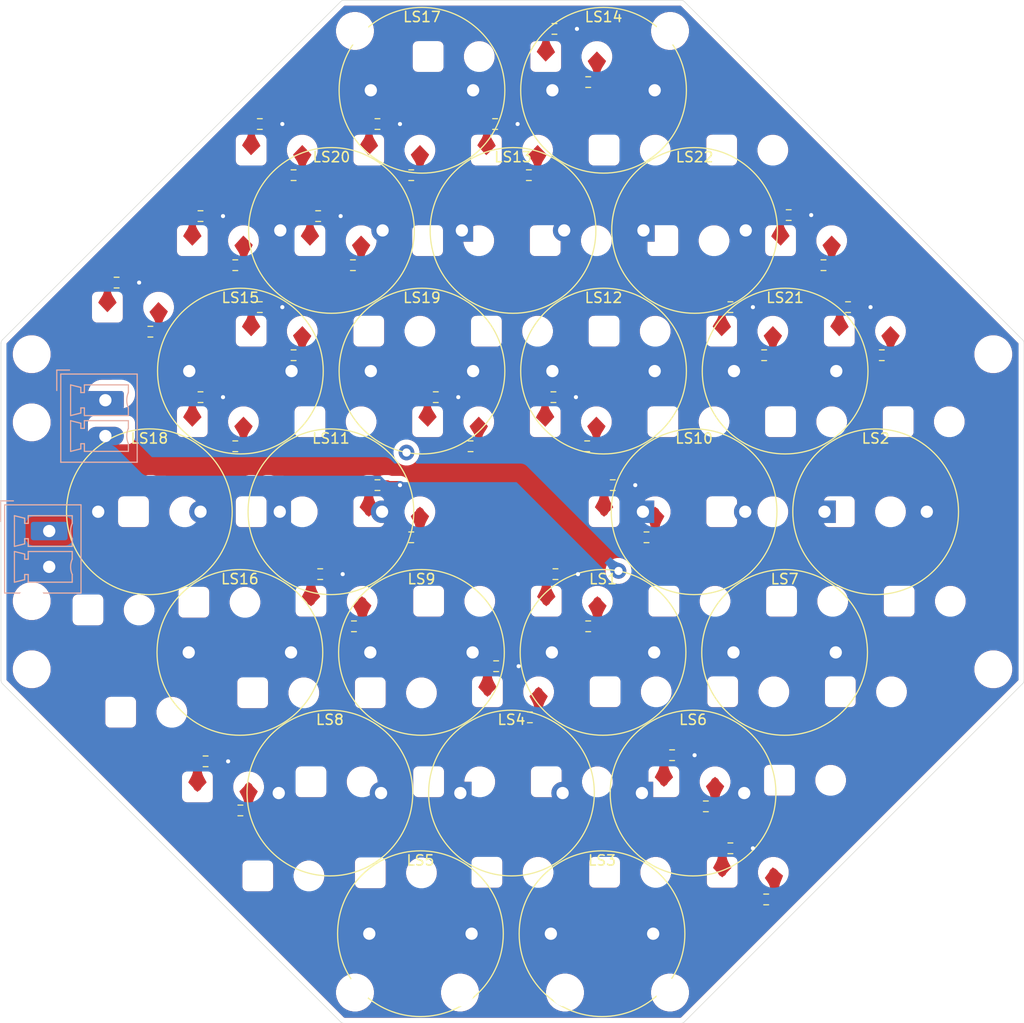
<source format=kicad_pcb>
(kicad_pcb (version 20171130) (host pcbnew 5.1.10)
  (title_block (title "Ultrasonic Array Speaker") (date 2021-05-23) (rev 0.1) (company 000) (comment 1 "Design: Alejandro Bizzotto"))
  (layers (0 F.Cu signal) (31 B.Cu signal) (34 B.Paste user hide) (35 F.Paste user hide) (36 B.SilkS user hide) (37 F.SilkS user) (38 B.Mask user hide) (39 F.Mask user hide) (44 Edge.Cuts user))
  (net 0 "")
  (net 1 "Net-(LS1-Pad2)")
  (net 2 "Net-(LS1-Pad1)")
  (net 3 "Net-(LS2-Pad1)")
  (net 4 "Net-(LS3-Pad1)")
  (net 5 "Net-(LS4-Pad1)")
  (net 6 "Net-(LS5-Pad1)")
  (net 7 "Net-(LS6-Pad1)")
  (net 8 "Net-(LS7-Pad1)")
  (net 9 "Net-(LS8-Pad1)")
  (net 10 "Net-(LS9-Pad1)")
  (net 11 "Net-(LS2-Pad2)")
  (net 12 "Net-(LS3-Pad2)")
  (net 13 "Net-(LS4-Pad2)")
  (net 14 "Net-(LS5-Pad2)")
  (net 15 "Net-(LS6-Pad2)")
  (net 16 "Net-(LS7-Pad2)")
  (net 17 "Net-(LS8-Pad2)")
  (net 18 "Net-(LS9-Pad2)")
  (net 19 "Net-(LS21-Pad1)")
  (net 20 "Net-(LS22-Pad1)")
  (net 21 "Net-(LS23-Pad1)")
  (net 22 "Net-(LS21-Pad2)")
  (net 23 "Net-(LS22-Pad2)")
  (net 24 "Net-(LS23-Pad2)")
  (net 25 "Net-(LS11-Pad2)")
  (net 26 "Net-(LS11-Pad1)")
  (net 27 "Net-(LS12-Pad2)")
  (net 28 "Net-(LS12-Pad1)")
  (net 29 "Net-(LS13-Pad2)")
  (net 30 "Net-(LS13-Pad1)")
  (net 31 "Net-(LS14-Pad2)")
  (net 32 "Net-(LS14-Pad1)")
  (net 33 "Net-(LS15-Pad2)")
  (net 34 "Net-(LS15-Pad1)")
  (net 35 "Net-(LS16-Pad2)")
  (net 36 "Net-(LS16-Pad1)")
  (net 37 "Net-(LS17-Pad2)")
  (net 38 "Net-(LS17-Pad1)")
  (net 39 "Net-(LS18-Pad2)")
  (net 40 "Net-(LS18-Pad1)")
  (net 41 "Net-(LS19-Pad2)")
  (net 42 "Net-(LS19-Pad1)")
  (net 43 "Net-(LS20-Pad2)")
  (net 44 "Net-(LS20-Pad1)")
  (net 45 "Net-(J1-Pad1)")
  (net 46 "Net-(LS10-Pad2)")
  (net 47 "Net-(LS10-Pad1)")
  (net 48 "Net-(D1-Pad1)")
  (net 49 "Net-(D1-Pad2)")
  (net 50 "Net-(J1-Pad2)")
  (module temp_pcb_lib:CREE_CXB1512 (layer F.Cu) (at 400 250 10)
    (fp_text reference D1 hide)
    (fp_text value LED)
    (pad 1 thru_hole circle (at 9.2 7.5 10) (size 1.524 1.524) (drill 0.8) (layers *.Cu *.Mask) (net 48 "Net-(D1-Pad1)"))
    (pad 2 thru_hole circle (at -9.2 -7.5 10) (size 1.524 1.524) (drill 0.8) (layers *.Cu *.Mask) (net 49 "Net-(D1-Pad2)"))
  )
  (module temp_pcb_lib:Buzzer_MSO-A1640H12TR_D16__H12_P10 (layer F.Cu) (at 406.25 291.25)
    (fp_text reference LS3 (at 2.5 -7.17) (layer F.SilkS))
    (fp_text value Ultrasonic)
    (pad 1 thru_hole rect (at -2.5 0) (size 2.2 2.2) (drill 1.2) (layers *.Cu *.Mask) (net 4 "Net-(LS3-Pad1)"))
    (pad 2 thru_hole circle (at 7.5 0) (size 2.2 2.2) (drill 1.2) (layers *.Cu *.Mask) (net 12 "Net-(LS3-Pad2)"))
  )
  (module temp_pcb_lib:Buzzer_MSO-A1640H12TR_D16__H12_P10 (layer F.Cu) (at 424.1 263.75)
    (fp_text reference LS7 (at 2.5 -7.17) (layer F.SilkS))
    (fp_text value Ultrasonic)
    (pad 1 thru_hole rect (at -2.5 0) (size 2.2 2.2) (drill 1.2) (layers *.Cu *.Mask) (net 8 "Net-(LS7-Pad1)"))
    (pad 2 thru_hole circle (at 7.5 0) (size 2.2 2.2) (drill 1.2) (layers *.Cu *.Mask) (net 16 "Net-(LS7-Pad2)"))
  )
  (module temp_pcb_lib:Buzzer_MSO-A1640H12TR_D16__H12_P10 (layer F.Cu) (at 415.15 277.5)
    (fp_text reference LS6 (at 2.5 -7.17) (layer F.SilkS))
    (fp_text value Ultrasonic)
    (pad 1 thru_hole rect (at -2.5 0) (size 2.2 2.2) (drill 1.2) (layers *.Cu *.Mask) (net 7 "Net-(LS6-Pad1)"))
    (pad 2 thru_hole circle (at 7.5 0) (size 2.2 2.2) (drill 1.2) (layers *.Cu *.Mask) (net 15 "Net-(LS6-Pad2)"))
  )
  (module temp_pcb_lib:Buzzer_MSO-A1640H12TR_D16__H12_P10 (layer F.Cu) (at 388.5 291.25)
    (fp_text reference LS5 (at 2.5 -7.17) (layer F.SilkS))
    (fp_text value Ultrasonic)
    (pad 1 thru_hole rect (at -2.5 0) (size 2.2 2.2) (drill 1.2) (layers *.Cu *.Mask) (net 6 "Net-(LS5-Pad1)"))
    (pad 2 thru_hole circle (at 7.5 0) (size 2.2 2.2) (drill 1.2) (layers *.Cu *.Mask) (net 14 "Net-(LS5-Pad2)"))
  )
  (module temp_pcb_lib:Buzzer_MSO-A1640H12TR_D16__H12_P10 (layer F.Cu) (at 433 250)
    (fp_text reference LS2 (at 2.5 -7.17) (layer F.SilkS))
    (fp_text value Ultrasonic)
    (pad 1 thru_hole rect (at -2.5 0) (size 2.2 2.2) (drill 1.2) (layers *.Cu *.Mask) (net 3 "Net-(LS2-Pad1)"))
    (pad 2 thru_hole circle (at 7.5 0) (size 2.2 2.2) (drill 1.2) (layers *.Cu *.Mask) (net 11 "Net-(LS2-Pad2)"))
  )
  (module temp_pcb_lib:Buzzer_MSO-A1640H12TR_D16__H12_P10 (layer F.Cu) (at 406.35 263.75)
    (fp_text reference LS1 (at 2.5 -7.17) (layer F.SilkS))
    (fp_text value Ultrasonic)
    (pad 1 thru_hole rect (at -2.5 0) (size 2.2 2.2) (drill 1.2) (layers *.Cu *.Mask) (net 2 "Net-(LS1-Pad1)"))
    (pad 2 thru_hole circle (at 7.5 0) (size 2.2 2.2) (drill 1.2) (layers *.Cu *.Mask) (net 1 "Net-(LS1-Pad2)"))
  )
  (module temp_pcb_lib:Buzzer_MSO-A1640H12TR_D16__H12_P10 (layer F.Cu) (at 397.4 277.5)
    (fp_text reference LS4 (at 2.5 -7.17) (layer F.SilkS))
    (fp_text value Ultrasonic)
    (pad 1 thru_hole rect (at -2.5 0) (size 2.2 2.2) (drill 1.2) (layers *.Cu *.Mask) (net 5 "Net-(LS4-Pad1)"))
    (pad 2 thru_hole circle (at 7.5 0) (size 2.2 2.2) (drill 1.2) (layers *.Cu *.Mask) (net 13 "Net-(LS4-Pad2)"))
  )
  (module temp_pcb_lib:Buzzer_MSO-A1640H12TR_D16__H12_P10 (layer F.Cu) (at 415.25 250)
    (fp_text reference LS10 (at 2.5 -7.17) (layer F.SilkS))
    (fp_text value Ultrasonic)
    (pad 1 thru_hole rect (at -2.5 0) (size 2.2 2.2) (drill 1.2) (layers *.Cu *.Mask) (net 47 "Net-(LS10-Pad1)"))
    (pad 2 thru_hole circle (at 7.5 0) (size 2.2 2.2) (drill 1.2) (layers *.Cu *.Mask) (net 46 "Net-(LS10-Pad2)"))
  )
  (module temp_pcb_lib:Buzzer_MSO-A1640H12TR_D16__H12_P10 (layer F.Cu) (at 388.6 263.75)
    (fp_text reference LS9 (at 2.5 -7.17) (layer F.SilkS))
    (fp_text value Ultrasonic)
    (pad 1 thru_hole rect (at -2.5 0) (size 2.2 2.2) (drill 1.2) (layers *.Cu *.Mask) (net 10 "Net-(LS9-Pad1)"))
    (pad 2 thru_hole circle (at 7.5 0) (size 2.2 2.2) (drill 1.2) (layers *.Cu *.Mask) (net 18 "Net-(LS9-Pad2)"))
  )
  (module temp_pcb_lib:Buzzer_MSO-A1640H12TR_D16__H12_P10 (layer F.Cu) (at 379.65 277.5)
    (fp_text reference LS8 (at 2.5 -7.17) (layer F.SilkS))
    (fp_text value Ultrasonic)
    (pad 1 thru_hole rect (at -2.5 0) (size 2.2 2.2) (drill 1.2) (layers *.Cu *.Mask) (net 9 "Net-(LS8-Pad1)"))
    (pad 2 thru_hole circle (at 7.5 0) (size 2.2 2.2) (drill 1.2) (layers *.Cu *.Mask) (net 17 "Net-(LS8-Pad2)"))
  )
  (module temp_pcb_lib:Buzzer_MSO-A1640H12TR_D16__H12_P10 (layer F.Cu) (at 415.3 222.5)
    (fp_text reference LS22 (at 2.5 -7.17) (layer F.SilkS))
    (fp_text value Ultrasonic)
    (pad 1 thru_hole rect (at -2.5 0) (size 2.2 2.2) (drill 1.2) (layers *.Cu *.Mask) (net 20 "Net-(LS22-Pad1)"))
    (pad 2 thru_hole circle (at 7.5 0) (size 2.2 2.2) (drill 1.2) (layers *.Cu *.Mask) (net 23 "Net-(LS22-Pad2)"))
  )
  (module temp_pcb_lib:Buzzer_MSO-A1640H12TR_D16__H12_P10 (layer F.Cu) (at 424.15 236.25)
    (fp_text reference LS21 (at 2.5 -7.17) (layer F.SilkS))
    (fp_text value Ultrasonic)
    (pad 1 thru_hole rect (at -2.5 0) (size 2.2 2.2) (drill 1.2) (layers *.Cu *.Mask) (net 19 "Net-(LS21-Pad1)"))
    (pad 2 thru_hole circle (at 7.5 0) (size 2.2 2.2) (drill 1.2) (layers *.Cu *.Mask) (net 22 "Net-(LS21-Pad2)"))
  )
  (module temp_pcb_lib:Buzzer_MSO-A1640H12TR_D16__H12_P10 (layer F.Cu) (at 370.85 263.75)
    (fp_text reference LS16 (at 2.5 -7.17) (layer F.SilkS))
    (fp_text value Ultrasonic)
    (pad 1 thru_hole rect (at -2.5 0) (size 2.2 2.2) (drill 1.2) (layers *.Cu *.Mask) (net 36 "Net-(LS16-Pad1)"))
    (pad 2 thru_hole circle (at 7.5 0) (size 2.2 2.2) (drill 1.2) (layers *.Cu *.Mask) (net 35 "Net-(LS16-Pad2)"))
  )
  (module temp_pcb_lib:Buzzer_MSO-A1640H12TR_D16__H12_P10 (layer F.Cu) (at 397.55 222.5)
    (fp_text reference LS13 (at 2.5 -7.17) (layer F.SilkS))
    (fp_text value Ultrasonic)
    (pad 1 thru_hole rect (at -2.5 0) (size 2.2 2.2) (drill 1.2) (layers *.Cu *.Mask) (net 30 "Net-(LS13-Pad1)"))
    (pad 2 thru_hole circle (at 7.5 0) (size 2.2 2.2) (drill 1.2) (layers *.Cu *.Mask) (net 29 "Net-(LS13-Pad2)"))
  )
  (module temp_pcb_lib:Buzzer_MSO-A1640H12TR_D16__H12_P10 (layer F.Cu) (at 406.4 236.25)
    (fp_text reference LS12 (at 2.5 -7.17) (layer F.SilkS))
    (fp_text value Ultrasonic)
    (pad 1 thru_hole rect (at -2.5 0) (size 2.2 2.2) (drill 1.2) (layers *.Cu *.Mask) (net 28 "Net-(LS12-Pad1)"))
    (pad 2 thru_hole circle (at 7.5 0) (size 2.2 2.2) (drill 1.2) (layers *.Cu *.Mask) (net 27 "Net-(LS12-Pad2)"))
  )
  (module temp_pcb_lib:Buzzer_MSO-A1640H12TR_D16__H12_P10 (layer F.Cu) (at 379.75 250)
    (fp_text reference LS11 (at 2.5 -7.17) (layer F.SilkS))
    (fp_text value Ultrasonic)
    (pad 1 thru_hole rect (at -2.5 0) (size 2.2 2.2) (drill 1.2) (layers *.Cu *.Mask) (net 26 "Net-(LS11-Pad1)"))
    (pad 2 thru_hole circle (at 7.5 0) (size 2.2 2.2) (drill 1.2) (layers *.Cu *.Mask) (net 25 "Net-(LS11-Pad2)"))
  )
  (module temp_pcb_lib:Buzzer_MSO-A1640H12TR_D16__H12_P10 (layer F.Cu) (at 379.8 222.5)
    (fp_text reference LS20 (at 2.5 -7.17) (layer F.SilkS))
    (fp_text value Ultrasonic)
    (pad 1 thru_hole rect (at -2.5 0) (size 2.2 2.2) (drill 1.2) (layers *.Cu *.Mask) (net 44 "Net-(LS20-Pad1)"))
    (pad 2 thru_hole circle (at 7.5 0) (size 2.2 2.2) (drill 1.2) (layers *.Cu *.Mask) (net 43 "Net-(LS20-Pad2)"))
  )
  (module temp_pcb_lib:Buzzer_MSO-A1640H12TR_D16__H12_P10 (layer F.Cu) (at 388.65 236.25)
    (fp_text reference LS19 (at 2.5 -7.17) (layer F.SilkS))
    (fp_text value Ultrasonic)
    (pad 1 thru_hole rect (at -2.5 0) (size 2.2 2.2) (drill 1.2) (layers *.Cu *.Mask) (net 42 "Net-(LS19-Pad1)"))
    (pad 2 thru_hole circle (at 7.5 0) (size 2.2 2.2) (drill 1.2) (layers *.Cu *.Mask) (net 41 "Net-(LS19-Pad2)"))
  )
  (module temp_pcb_lib:Buzzer_MSO-A1640H12TR_D16__H12_P10 (layer F.Cu) (at 362 250)
    (fp_text reference LS18 (at 2.5 -7.17) (layer F.SilkS))
    (fp_text value Ultrasonic)
    (pad 1 thru_hole rect (at -2.5 0) (size 2.2 2.2) (drill 1.2) (layers *.Cu *.Mask) (net 40 "Net-(LS18-Pad1)"))
    (pad 2 thru_hole circle (at 7.5 0) (size 2.2 2.2) (drill 1.2) (layers *.Cu *.Mask) (net 39 "Net-(LS18-Pad2)"))
  )
  (module temp_pcb_lib:Buzzer_MSO-A1640H12TR_D16__H12_P10 (layer F.Cu) (at 370.9 236.25)
    (fp_text reference LS15 (at 2.5 -7.17) (layer F.SilkS))
    (fp_text value Ultrasonic)
    (pad 1 thru_hole rect (at -2.5 0) (size 2.2 2.2) (drill 1.2) (layers *.Cu *.Mask) (net 34 "Net-(LS15-Pad1)"))
    (pad 2 thru_hole circle (at 7.5 0) (size 2.2 2.2) (drill 1.2) (layers *.Cu *.Mask) (net 33 "Net-(LS15-Pad2)"))
  )
  (module temp_pcb_lib:Buzzer_MSO-A1640H12TR_D16__H12_P10 (layer F.Cu) (at 406.4 208.8)
    (fp_text reference LS14 (at 2.5 -7.17) (layer F.SilkS))
    (fp_text value Ultrasonic)
    (pad 1 thru_hole rect (at -2.5 0) (size 2.2 2.2) (drill 1.2) (layers *.Cu *.Mask) (net 32 "Net-(LS14-Pad1)"))
    (pad 2 thru_hole circle (at 7.5 0) (size 2.2 2.2) (drill 1.2) (layers *.Cu *.Mask) (net 31 "Net-(LS14-Pad2)"))
  )
  (module temp_pcb_lib:Buzzer_MSO-A1640H12TR_D16__H12_P10 (layer F.Cu) (at 388.65 208.8)
    (fp_text reference LS17 (at 2.5 -7.17) (layer F.SilkS))
    (fp_text value Ultrasonic)
    (pad 1 thru_hole rect (at -2.5 0) (size 2.2 2.2) (drill 1.2) (layers *.Cu *.Mask) (net 38 "Net-(LS17-Pad1)"))
    (pad 2 thru_hole circle (at 7.5 0) (size 2.2 2.2) (drill 1.2) (layers *.Cu *.Mask) (net 37 "Net-(LS17-Pad2)"))
  )
  (module Connector_Phoenix_MC:PhoenixContact_MCV_1,5_2-G-3.5_1x02_P3.50mm_Vertical (layer B.Cu) (at 360.2 239.1 270)
    (fp_text reference J2 hide)
    (fp_text value "Array set 0")
    (pad 2 thru_hole oval (at 3.5 0 270) (size 1.8 3.6) (drill 1.2) (layers *.Cu *.Mask) (net 49 "Net-(D1-Pad2)"))
    (pad 1 thru_hole roundrect (at 0 0 270) (size 1.8 3.6) (drill 1.2) (layers *.Cu *.Mask) (roundrect_rratio 0.138889) (net 48 "Net-(D1-Pad1)"))
  )
  (module Resistor_SMD:R_0603_1608Metric (layer F.Cu) (at 372.9 243.6 180)
    (fp_text reference R40 hide)
    (fp_text value 0.1Ω)
    (pad 2 smd roundrect (at 0.825 0 180) (size 0.8 0.95) (layers F.Cu F.Paste F.Mask) (net 45 "Net-(J1-Pad1)"))
    (pad 1 smd roundrect (at -0.825 0 180) (size 0.8 0.95) (layers F.Cu F.Paste F.Mask) (net 43 "Net-(LS20-Pad2)"))
  )
  (module Resistor_SMD:R_0603_1608Metric (layer F.Cu) (at 407.3 243.6 180)
    (fp_text reference R39 hide)
    (fp_text value 0.1Ω)
    (pad 2 smd roundrect (at 0.825 0 180) (size 0.8 0.95) (layers F.Cu F.Paste F.Mask) (net 45 "Net-(J1-Pad1)"))
    (pad 1 smd roundrect (at -0.825 0 180) (size 0.8 0.95) (layers F.Cu F.Paste F.Mask) (net 41 "Net-(LS19-Pad2)"))
  )
  (module Resistor_SMD:R_0603_1608Metric (layer F.Cu) (at 436.1 234.7 180)
    (fp_text reference R38 hide)
    (fp_text value 0.1Ω)
    (pad 2 smd roundrect (at 0.825 0 180) (size 0.8 0.95) (layers F.Cu F.Paste F.Mask) (net 45 "Net-(J1-Pad1)"))
    (pad 1 smd roundrect (at -0.825 0 180) (size 0.8 0.95) (layers F.Cu F.Paste F.Mask) (net 39 "Net-(LS18-Pad2)"))
  )
  (module Resistor_SMD:R_0603_1608Metric (layer F.Cu) (at 413.1 252.5 180)
    (fp_text reference R36 hide)
    (fp_text value 0.1Ω)
    (pad 2 smd roundrect (at 0.825 0 180) (size 0.8 0.95) (layers F.Cu F.Paste F.Mask) (net 45 "Net-(J1-Pad1)"))
    (pad 1 smd roundrect (at -0.825 0 180) (size 0.8 0.95) (layers F.Cu F.Paste F.Mask) (net 35 "Net-(LS16-Pad2)"))
  )
  (module Resistor_SMD:R_0603_1608Metric (layer F.Cu) (at 407.4 261.2 180)
    (fp_text reference R35 hide)
    (fp_text value 0.1Ω)
    (pad 2 smd roundrect (at 0.825 0 180) (size 0.8 0.95) (layers F.Cu F.Paste F.Mask) (net 45 "Net-(J1-Pad1)"))
    (pad 1 smd roundrect (at -0.825 0 180) (size 0.8 0.95) (layers F.Cu F.Paste F.Mask) (net 33 "Net-(LS15-Pad2)"))
  )
  (module Resistor_SMD:R_0603_1608Metric (layer F.Cu) (at 401.7 270.1 180)
    (fp_text reference R34 hide)
    (fp_text value 0.1Ω)
    (pad 2 smd roundrect (at 0.825 0 180) (size 0.8 0.95) (layers F.Cu F.Paste F.Mask) (net 45 "Net-(J1-Pad1)"))
    (pad 1 smd roundrect (at -0.825 0 180) (size 0.8 0.95) (layers F.Cu F.Paste F.Mask) (net 31 "Net-(LS14-Pad2)"))
  )
  (module Resistor_SMD:R_0603_1608Metric (layer F.Cu) (at 407.4 208 180)
    (fp_text reference R33 hide)
    (fp_text value 0.1Ω)
    (pad 2 smd roundrect (at 0.825 0 180) (size 0.8 0.95) (layers F.Cu F.Paste F.Mask) (net 45 "Net-(J1-Pad1)"))
    (pad 1 smd roundrect (at -0.825 0 180) (size 0.8 0.95) (layers F.Cu F.Paste F.Mask) (net 29 "Net-(LS13-Pad2)"))
  )
  (module Resistor_SMD:R_0603_1608Metric (layer F.Cu) (at 430.4 225.9 180)
    (fp_text reference R32 hide)
    (fp_text value 0.1Ω)
    (pad 2 smd roundrect (at 0.825 0 180) (size 0.8 0.95) (layers F.Cu F.Paste F.Mask) (net 45 "Net-(J1-Pad1)"))
    (pad 1 smd roundrect (at -0.825 0 180) (size 0.8 0.95) (layers F.Cu F.Paste F.Mask) (net 27 "Net-(LS12-Pad2)"))
  )
  (module Resistor_SMD:R_0603_1608Metric (layer F.Cu) (at 424.6 234.7 180)
    (fp_text reference R31 hide)
    (fp_text value 0.1Ω)
    (pad 2 smd roundrect (at 0.825 0 180) (size 0.8 0.95) (layers F.Cu F.Paste F.Mask) (net 45 "Net-(J1-Pad1)"))
    (pad 1 smd roundrect (at -0.825 0 180) (size 0.8 0.95) (layers F.Cu F.Paste F.Mask) (net 25 "Net-(LS11-Pad2)"))
  )
  (module Resistor_SMD:R_0603_1608Metric (layer F.Cu) (at 369.5 238.8)
    (fp_text reference R30 hide)
    (fp_text value 0.1Ω)
    (pad 2 smd roundrect (at 0.825 0) (size 0.8 0.95) (layers F.Cu F.Paste F.Mask) (net 50 "Net-(J1-Pad2)"))
    (pad 1 smd roundrect (at -0.825 0) (size 0.8 0.95) (layers F.Cu F.Paste F.Mask) (net 44 "Net-(LS20-Pad1)"))
  )
  (module Resistor_SMD:R_0603_1608Metric (layer F.Cu) (at 404 238.8)
    (fp_text reference R29 hide)
    (fp_text value 0.1Ω)
    (pad 2 smd roundrect (at 0.825 0) (size 0.8 0.95) (layers F.Cu F.Paste F.Mask) (net 50 "Net-(J1-Pad2)"))
    (pad 1 smd roundrect (at -0.825 0) (size 0.8 0.95) (layers F.Cu F.Paste F.Mask) (net 42 "Net-(LS19-Pad1)"))
  )
  (module Resistor_SMD:R_0603_1608Metric (layer F.Cu) (at 432.8 230)
    (fp_text reference R28 hide)
    (fp_text value 0.1Ω)
    (pad 2 smd roundrect (at 0.825 0) (size 0.8 0.95) (layers F.Cu F.Paste F.Mask) (net 50 "Net-(J1-Pad2)"))
    (pad 1 smd roundrect (at -0.825 0) (size 0.8 0.95) (layers F.Cu F.Paste F.Mask) (net 40 "Net-(LS18-Pad1)"))
  )
  (module Resistor_SMD:R_0603_1608Metric (layer F.Cu) (at 409.8 247.4)
    (fp_text reference R26 hide)
    (fp_text value 0.1Ω)
    (pad 2 smd roundrect (at 0.825 0) (size 0.8 0.95) (layers F.Cu F.Paste F.Mask) (net 50 "Net-(J1-Pad2)"))
    (pad 1 smd roundrect (at -0.825 0) (size 0.8 0.95) (layers F.Cu F.Paste F.Mask) (net 36 "Net-(LS16-Pad1)"))
  )
  (module Resistor_SMD:R_0603_1608Metric (layer F.Cu) (at 404.2 256.1)
    (fp_text reference R25 hide)
    (fp_text value 0.1Ω)
    (pad 2 smd roundrect (at 0.825 0) (size 0.8 0.95) (layers F.Cu F.Paste F.Mask) (net 50 "Net-(J1-Pad2)"))
    (pad 1 smd roundrect (at -0.825 0) (size 0.8 0.95) (layers F.Cu F.Paste F.Mask) (net 34 "Net-(LS15-Pad1)"))
  )
  (module Resistor_SMD:R_0603_1608Metric (layer F.Cu) (at 398.4 265.1)
    (fp_text reference R24 hide)
    (fp_text value 0.1Ω)
    (pad 2 smd roundrect (at 0.825 0) (size 0.8 0.95) (layers F.Cu F.Paste F.Mask) (net 50 "Net-(J1-Pad2)"))
    (pad 1 smd roundrect (at -0.825 0) (size 0.8 0.95) (layers F.Cu F.Paste F.Mask) (net 32 "Net-(LS14-Pad1)"))
  )
  (module Resistor_SMD:R_0603_1608Metric (layer F.Cu) (at 404.1 202.8)
    (fp_text reference R23 hide)
    (fp_text value 0.1Ω)
    (pad 2 smd roundrect (at 0.825 0) (size 0.8 0.95) (layers F.Cu F.Paste F.Mask) (net 50 "Net-(J1-Pad2)"))
    (pad 1 smd roundrect (at -0.825 0) (size 0.8 0.95) (layers F.Cu F.Paste F.Mask) (net 30 "Net-(LS13-Pad1)"))
  )
  (module Resistor_SMD:R_0603_1608Metric (layer F.Cu) (at 427 221)
    (fp_text reference R22 hide)
    (fp_text value 0.1Ω)
    (pad 2 smd roundrect (at 0.825 0) (size 0.8 0.95) (layers F.Cu F.Paste F.Mask) (net 50 "Net-(J1-Pad2)"))
    (pad 1 smd roundrect (at -0.825 0) (size 0.8 0.95) (layers F.Cu F.Paste F.Mask) (net 28 "Net-(LS12-Pad1)"))
  )
  (module Resistor_SMD:R_0603_1608Metric (layer F.Cu) (at 421.3 230)
    (fp_text reference R21 hide)
    (fp_text value 0.1Ω)
    (pad 2 smd roundrect (at 0.825 0) (size 0.8 0.95) (layers F.Cu F.Paste F.Mask) (net 50 "Net-(J1-Pad2)"))
    (pad 1 smd roundrect (at -0.825 0) (size 0.8 0.95) (layers F.Cu F.Paste F.Mask) (net 26 "Net-(LS11-Pad1)"))
  )
  (module Resistor_SMD:R_0603_1608Metric (layer F.Cu) (at 395.9 243.6 180)
    (fp_text reference R37 hide)
    (fp_text value 0.1Ω)
    (pad 2 smd roundrect (at 0.825 0 180) (size 0.8 0.95) (layers F.Cu F.Paste F.Mask) (net 45 "Net-(J1-Pad1)"))
    (pad 1 smd roundrect (at -0.825 0 180) (size 0.8 0.95) (layers F.Cu F.Paste F.Mask) (net 37 "Net-(LS17-Pad2)"))
  )
  (module Resistor_SMD:R_0603_1608Metric (layer F.Cu) (at 418.9 278.8 180)
    (fp_text reference R20 hide)
    (fp_text value 0.1Ω)
    (pad 2 smd roundrect (at 0.825 0 180) (size 0.8 0.95) (layers F.Cu F.Paste F.Mask) (net 45 "Net-(J1-Pad1)"))
    (pad 1 smd roundrect (at -0.825 0 180) (size 0.8 0.95) (layers F.Cu F.Paste F.Mask) (net 46 "Net-(LS10-Pad2)"))
  )
  (module Resistor_SMD:R_0603_1608Metric (layer F.Cu) (at 378.6 217.1 180)
    (fp_text reference R19 hide)
    (fp_text value 0.1Ω)
    (pad 2 smd roundrect (at 0.825 0 180) (size 0.8 0.95) (layers F.Cu F.Paste F.Mask) (net 45 "Net-(J1-Pad1)"))
    (pad 1 smd roundrect (at -0.825 0 180) (size 0.8 0.95) (layers F.Cu F.Paste F.Mask) (net 18 "Net-(LS9-Pad2)"))
  )
  (module Resistor_SMD:R_0603_1608Metric (layer F.Cu) (at 364.6 232.4 180)
    (fp_text reference R18 hide)
    (fp_text value 0.1Ω)
    (pad 2 smd roundrect (at 0.825 0 180) (size 0.8 0.95) (layers F.Cu F.Paste F.Mask) (net 45 "Net-(J1-Pad1)"))
    (pad 1 smd roundrect (at -0.825 0 180) (size 0.8 0.95) (layers F.Cu F.Paste F.Mask) (net 17 "Net-(LS8-Pad2)"))
  )
  (module Resistor_SMD:R_0603_1608Metric (layer F.Cu) (at 372.9 225.9 180)
    (fp_text reference R17 hide)
    (fp_text value 0.1Ω)
    (pad 2 smd roundrect (at 0.825 0 180) (size 0.8 0.95) (layers F.Cu F.Paste F.Mask) (net 45 "Net-(J1-Pad1)"))
    (pad 1 smd roundrect (at -0.825 0 180) (size 0.8 0.95) (layers F.Cu F.Paste F.Mask) (net 16 "Net-(LS7-Pad2)"))
  )
  (module Resistor_SMD:R_0603_1608Metric (layer F.Cu) (at 390.1 217.1 180)
    (fp_text reference R16 hide)
    (fp_text value 0.1Ω)
    (pad 2 smd roundrect (at 0.825 0 180) (size 0.8 0.95) (layers F.Cu F.Paste F.Mask) (net 45 "Net-(J1-Pad1)"))
    (pad 1 smd roundrect (at -0.825 0 180) (size 0.8 0.95) (layers F.Cu F.Paste F.Mask) (net 15 "Net-(LS6-Pad2)"))
  )
  (module Resistor_SMD:R_0603_1608Metric (layer F.Cu) (at 424.8 287.9 180)
    (fp_text reference R15 hide)
    (fp_text value 0.1Ω)
    (pad 2 smd roundrect (at 0.825 0 180) (size 0.8 0.95) (layers F.Cu F.Paste F.Mask) (net 45 "Net-(J1-Pad1)"))
    (pad 1 smd roundrect (at -0.825 0 180) (size 0.8 0.95) (layers F.Cu F.Paste F.Mask) (net 14 "Net-(LS5-Pad2)"))
  )
  (module Resistor_SMD:R_0603_1608Metric (layer F.Cu) (at 378.6 234.7 180)
    (fp_text reference R14 hide)
    (fp_text value 0.1Ω)
    (pad 2 smd roundrect (at 0.825 0 180) (size 0.8 0.95) (layers F.Cu F.Paste F.Mask) (net 45 "Net-(J1-Pad1)"))
    (pad 1 smd roundrect (at -0.825 0 180) (size 0.8 0.95) (layers F.Cu F.Paste F.Mask) (net 13 "Net-(LS4-Pad2)"))
  )
  (module Resistor_SMD:R_0603_1608Metric (layer F.Cu) (at 384.4 225.9 180)
    (fp_text reference R13 hide)
    (fp_text value 0.1Ω)
    (pad 2 smd roundrect (at 0.825 0 180) (size 0.8 0.95) (layers F.Cu F.Paste F.Mask) (net 45 "Net-(J1-Pad1)"))
    (pad 1 smd roundrect (at -0.825 0 180) (size 0.8 0.95) (layers F.Cu F.Paste F.Mask) (net 12 "Net-(LS3-Pad2)"))
  )
  (module Resistor_SMD:R_0603_1608Metric (layer F.Cu) (at 401.6 217.1 180)
    (fp_text reference R12 hide)
    (fp_text value 0.1Ω)
    (pad 2 smd roundrect (at 0.825 0 180) (size 0.8 0.95) (layers F.Cu F.Paste F.Mask) (net 45 "Net-(J1-Pad1)"))
    (pad 1 smd roundrect (at -0.825 0 180) (size 0.8 0.95) (layers F.Cu F.Paste F.Mask) (net 11 "Net-(LS2-Pad2)"))
  )
  (module Resistor_SMD:R_0603_1608Metric (layer F.Cu) (at 373.4 279.2 180)
    (fp_text reference R11 hide)
    (fp_text value 0.1Ω)
    (pad 2 smd roundrect (at 0.825 0 180) (size 0.8 0.95) (layers F.Cu F.Paste F.Mask) (net 45 "Net-(J1-Pad1)"))
    (pad 1 smd roundrect (at -0.825 0 180) (size 0.8 0.95) (layers F.Cu F.Paste F.Mask) (net 1 "Net-(LS1-Pad2)"))
  )
  (module Resistor_SMD:R_0603_1608Metric (layer F.Cu) (at 390.1 252.5 180)
    (fp_text reference R44 hide)
    (fp_text value 0.1Ω)
    (pad 2 smd roundrect (at 0.825 0 180) (size 0.8 0.95) (layers F.Cu F.Paste F.Mask) (net 45 "Net-(J1-Pad1)"))
    (pad 1 smd roundrect (at -0.825 0 180) (size 0.8 0.95) (layers F.Cu F.Paste F.Mask) (net 23 "Net-(LS22-Pad2)"))
  )
  (module Resistor_SMD:R_0603_1608Metric (layer F.Cu) (at 384.5 261.2 180)
    (fp_text reference R43 hide)
    (fp_text value 0.1Ω)
    (pad 2 smd roundrect (at 0.825 0 180) (size 0.8 0.95) (layers F.Cu F.Paste F.Mask) (net 45 "Net-(J1-Pad1)"))
    (pad 1 smd roundrect (at -0.825 0 180) (size 0.8 0.95) (layers F.Cu F.Paste F.Mask) (net 22 "Net-(LS21-Pad2)"))
  )
  (module Resistor_SMD:R_0603_1608Metric (layer F.Cu) (at 392.5 238.8)
    (fp_text reference R27 hide)
    (fp_text value 0.1Ω)
    (pad 2 smd roundrect (at 0.825 0) (size 0.8 0.95) (layers F.Cu F.Paste F.Mask) (net 50 "Net-(J1-Pad2)"))
    (pad 1 smd roundrect (at -0.825 0) (size 0.8 0.95) (layers F.Cu F.Paste F.Mask) (net 38 "Net-(LS17-Pad1)"))
  )
  (module Resistor_SMD:R_0603_1608Metric (layer F.Cu) (at 415.6 273.8)
    (fp_text reference R10 hide)
    (fp_text value 0.1Ω)
    (pad 2 smd roundrect (at 0.825 0) (size 0.8 0.95) (layers F.Cu F.Paste F.Mask) (net 50 "Net-(J1-Pad2)"))
    (pad 1 smd roundrect (at -0.825 0) (size 0.8 0.95) (layers F.Cu F.Paste F.Mask) (net 47 "Net-(LS10-Pad1)"))
  )
  (module Resistor_SMD:R_0603_1608Metric (layer F.Cu) (at 375.3 212.1)
    (fp_text reference R9 hide)
    (fp_text value 0.1Ω)
    (pad 2 smd roundrect (at 0.825 0) (size 0.8 0.95) (layers F.Cu F.Paste F.Mask) (net 50 "Net-(J1-Pad2)"))
    (pad 1 smd roundrect (at -0.825 0) (size 0.8 0.95) (layers F.Cu F.Paste F.Mask) (net 10 "Net-(LS9-Pad1)"))
  )
  (module Resistor_SMD:R_0603_1608Metric (layer F.Cu) (at 361.3 227.6)
    (fp_text reference R8 hide)
    (fp_text value 0.1Ω)
    (pad 2 smd roundrect (at 0.825 0) (size 0.8 0.95) (layers F.Cu F.Paste F.Mask) (net 50 "Net-(J1-Pad2)"))
    (pad 1 smd roundrect (at -0.825 0) (size 0.8 0.95) (layers F.Cu F.Paste F.Mask) (net 9 "Net-(LS8-Pad1)"))
  )
  (module Resistor_SMD:R_0603_1608Metric (layer F.Cu) (at 369.5 221.1)
    (fp_text reference R7 hide)
    (fp_text value 0.1Ω)
    (pad 2 smd roundrect (at 0.825 0) (size 0.8 0.95) (layers F.Cu F.Paste F.Mask) (net 50 "Net-(J1-Pad2)"))
    (pad 1 smd roundrect (at -0.825 0) (size 0.8 0.95) (layers F.Cu F.Paste F.Mask) (net 8 "Net-(LS7-Pad1)"))
  )
  (module Resistor_SMD:R_0603_1608Metric (layer F.Cu) (at 386.8 212.1)
    (fp_text reference R6 hide)
    (fp_text value 0.1Ω)
    (pad 2 smd roundrect (at 0.825 0) (size 0.8 0.95) (layers F.Cu F.Paste F.Mask) (net 50 "Net-(J1-Pad2)"))
    (pad 1 smd roundrect (at -0.825 0) (size 0.8 0.95) (layers F.Cu F.Paste F.Mask) (net 7 "Net-(LS6-Pad1)"))
  )
  (module Resistor_SMD:R_0603_1608Metric (layer F.Cu) (at 421.3 282.9)
    (fp_text reference R5 hide)
    (fp_text value 0.1Ω)
    (pad 2 smd roundrect (at 0.825 0) (size 0.8 0.95) (layers F.Cu F.Paste F.Mask) (net 50 "Net-(J1-Pad2)"))
    (pad 1 smd roundrect (at -0.825 0) (size 0.8 0.95) (layers F.Cu F.Paste F.Mask) (net 6 "Net-(LS5-Pad1)"))
  )
  (module Resistor_SMD:R_0603_1608Metric (layer F.Cu) (at 375.3 230)
    (fp_text reference R4 hide)
    (fp_text value 0.1Ω)
    (pad 2 smd roundrect (at 0.825 0) (size 0.8 0.95) (layers F.Cu F.Paste F.Mask) (net 50 "Net-(J1-Pad2)"))
    (pad 1 smd roundrect (at -0.825 0) (size 0.8 0.95) (layers F.Cu F.Paste F.Mask) (net 5 "Net-(LS4-Pad1)"))
  )
  (module Resistor_SMD:R_0603_1608Metric (layer F.Cu) (at 381 221.1)
    (fp_text reference R3 hide)
    (fp_text value 0.1Ω)
    (pad 2 smd roundrect (at 0.825 0) (size 0.8 0.95) (layers F.Cu F.Paste F.Mask) (net 50 "Net-(J1-Pad2)"))
    (pad 1 smd roundrect (at -0.825 0) (size 0.8 0.95) (layers F.Cu F.Paste F.Mask) (net 4 "Net-(LS3-Pad1)"))
  )
  (module Resistor_SMD:R_0603_1608Metric (layer F.Cu) (at 398.3 212.1)
    (fp_text reference R2 hide)
    (fp_text value 0.1Ω)
    (pad 2 smd roundrect (at 0.825 0) (size 0.8 0.95) (layers F.Cu F.Paste F.Mask) (net 50 "Net-(J1-Pad2)"))
    (pad 1 smd roundrect (at -0.825 0) (size 0.8 0.95) (layers F.Cu F.Paste F.Mask) (net 3 "Net-(LS2-Pad1)"))
  )
  (module Resistor_SMD:R_0603_1608Metric (layer F.Cu) (at 370 274.4)
    (fp_text reference R1 hide)
    (fp_text value 0.1Ω)
    (pad 2 smd roundrect (at 0.825 0) (size 0.8 0.95) (layers F.Cu F.Paste F.Mask) (net 50 "Net-(J1-Pad2)"))
    (pad 1 smd roundrect (at -0.825 0) (size 0.8 0.95) (layers F.Cu F.Paste F.Mask) (net 2 "Net-(LS1-Pad1)"))
  )
  (module Resistor_SMD:R_0603_1608Metric (layer F.Cu) (at 386.8 247.4)
    (fp_text reference R42 hide)
    (fp_text value 0.1Ω)
    (pad 2 smd roundrect (at 0.825 0) (size 0.8 0.95) (layers F.Cu F.Paste F.Mask) (net 50 "Net-(J1-Pad2)"))
    (pad 1 smd roundrect (at -0.825 0) (size 0.8 0.95) (layers F.Cu F.Paste F.Mask) (net 20 "Net-(LS22-Pad1)"))
  )
  (module Resistor_SMD:R_0603_1608Metric (layer F.Cu) (at 381.2 256.1)
    (fp_text reference R41 hide)
    (fp_text value 0.1Ω)
    (pad 2 smd roundrect (at 0.825 0) (size 0.8 0.95) (layers F.Cu F.Paste F.Mask) (net 50 "Net-(J1-Pad2)"))
    (pad 1 smd roundrect (at -0.825 0) (size 0.8 0.95) (layers F.Cu F.Paste F.Mask) (net 19 "Net-(LS21-Pad1)"))
  )
  (module Connector_Phoenix_MC:PhoenixContact_MCV_1,5_2-G-3.5_1x02_P3.50mm_Vertical (layer B.Cu) (at 354.71 251.8875 270)
    (fp_text reference J1 hide)
    (fp_text value "Array set 0")
    (pad 2 thru_hole oval (at 3.5 0 270) (size 1.8 3.6) (drill 1.2) (layers *.Cu *.Mask) (net 50 "Net-(J1-Pad2)"))
    (pad 1 thru_hole roundrect (at 0 0 270) (size 1.8 3.6) (drill 1.2) (layers *.Cu *.Mask) (roundrect_rratio 0.138889) (net 45 "Net-(J1-Pad1)"))
  )
  (module MountingHole:MountingHole_2.7mm (layer F.Cu) (at 394.866666 297)
    (fp_text reference H12 hide)
    (fp_text value Base)
    (pad 1 np_thru_hole circle (at 0 0) (size 2.7 2.7) (drill 2.7) (layers *.Cu *.Mask))
  )
  (module MountingHole:MountingHole_2.7mm (layer F.Cu) (at 405.133332 297)
    (fp_text reference H11 hide)
    (fp_text value Base)
    (pad 1 np_thru_hole circle (at 0 0) (size 2.7 2.7) (drill 2.7) (layers *.Cu *.Mask))
  )
  (module MountingHole:MountingHole_2.7mm (layer F.Cu) (at 384.6 203)
    (fp_text reference H10 hide)
    (fp_text value Acrilico)
    (pad 1 np_thru_hole circle (at 0 0) (size 2.7 2.7) (drill 2.7) (layers *.Cu *.Mask))
  )
  (module MountingHole:MountingHole_2.7mm (layer F.Cu) (at 415.4 297)
    (fp_text reference H9 hide)
    (fp_text value Acrilico)
    (pad 1 np_thru_hole circle (at 0 0) (size 2.7 2.7) (drill 2.7) (layers *.Cu *.Mask))
  )
  (module MountingHole:MountingHole_2.7mm (layer F.Cu) (at 447 234.6)
    (fp_text reference H8 hide)
    (fp_text value Acrilico)
    (pad 1 np_thru_hole circle (at 0 0) (size 2.7 2.7) (drill 2.7) (layers *.Cu *.Mask))
  )
  (module MountingHole:MountingHole_2.7mm (layer F.Cu) (at 447 265.4)
    (fp_text reference H7 hide)
    (fp_text value Acrilico)
    (pad 1 np_thru_hole circle (at 0 0) (size 2.7 2.7) (drill 2.7) (layers *.Cu *.Mask))
  )
  (module MountingHole:MountingHole_2.7mm (layer F.Cu) (at 353 258.73625)
    (fp_text reference H6 hide)
    (fp_text value Base)
    (pad 1 np_thru_hole circle (at 0 0) (size 2.7 2.7) (drill 2.7) (layers *.Cu *.Mask))
  )
  (module MountingHole:MountingHole_2.7mm (layer F.Cu) (at 353 241.26375)
    (fp_text reference H5 hide)
    (fp_text value Base)
    (pad 1 np_thru_hole circle (at 0 0) (size 2.7 2.7) (drill 2.7) (layers *.Cu *.Mask))
  )
  (module MountingHole:MountingHole_2.7mm (layer F.Cu) (at 384.6 297)
    (fp_text reference H4 hide)
    (fp_text value Acrilico)
    (pad 1 np_thru_hole circle (at 0 0) (size 2.7 2.7) (drill 2.7) (layers *.Cu *.Mask))
  )
  (module MountingHole:MountingHole_2.7mm (layer F.Cu) (at 353 265.4)
    (fp_text reference H3 hide)
    (fp_text value Acrilico)
    (pad 1 np_thru_hole circle (at 0 0) (size 2.7 2.7) (drill 2.7) (layers *.Cu *.Mask))
  )
  (module MountingHole:MountingHole_2.7mm (layer F.Cu) (at 415.4 203)
    (fp_text reference H2 hide)
    (fp_text value Acrilico)
    (pad 1 np_thru_hole circle (at 0 0) (size 2.7 2.7) (drill 2.7) (layers *.Cu *.Mask))
  )
  (module MountingHole:MountingHole_2.7mm (layer F.Cu) (at 353 234.6)
    (fp_text reference H1 hide)
    (fp_text value Acrilico)
    (pad 1 np_thru_hole circle (at 0 0) (size 2.7 2.7) (drill 2.7) (layers *.Cu *.Mask))
  )
  (gr_arc (start 449.54 266.481) (end 450 266.47) (angle 50) (layer Edge.Cuts) (width 0.05))
  (gr_arc (start 383.519 299.54) (end 383.53 300) (angle 50) (layer Edge.Cuts) (width 0.05))
  (gr_arc (start 350.46 233.519) (end 350 233.53) (angle 50) (layer Edge.Cuts) (width 0.05))
  (gr_arc (start 416.481 200.46) (end 416.47 200) (angle 50) (layer Edge.Cuts) (width 0.05))
  (gr_arc (start 383.519 200.46) (end 383.53 200) (angle -50) (layer Edge.Cuts) (width 0.05))
  (gr_arc (start 416.481 299.54) (end 416.47 300) (angle -50) (layer Edge.Cuts) (width 0.05))
  (gr_arc (start 350.46 266.481) (end 350 266.47) (angle -50) (layer Edge.Cuts) (width 0.05))
  (gr_arc (start 449.54 233.519) (end 450 233.53) (angle -50) (layer Edge.Cuts) (width 0.05))
  (gr_line (start 449.844109 266.82631) (end 416.82631 299.844109) (layer Edge.Cuts) (width 0.05))
  (gr_line (start 350.155891 233.17363) (end 383.17369 200.155891) (layer Edge.Cuts) (width 0.05))
  (gr_line (start 383.17369 299.844109) (end 350.155891 266.82631) (layer Edge.Cuts) (width 0.05))
  (gr_line (start 416.82631 200.153891) (end 449.844109 233.17369) (layer Edge.Cuts) (width 0.05))
  (gr_line (start 350 266.47) (end 350 233.53) (layer Edge.Cuts) (width 0.05))
  (gr_line (start 416.47 300) (end 383.53 300) (layer Edge.Cuts) (width 0.05))
  (gr_line (start 450 233.53) (end 450 266.47) (layer Edge.Cuts) (width 0.05))
  (gr_line (start 383.53 200) (end 416.47 200) (layer Edge.Cuts) (width 0.05))
  (segment (start 374.2 279.175) (end 374.225 279.2) (width 0.8) (layer F.Cu) (net 1))
  (segment (start 374.2 276.9) (end 374.2 279.175) (width 0.8) (layer F.Cu) (net 1))
  (segment (start 369.2 274.425) (end 369.175 274.4) (width 0.8) (layer F.Cu) (net 2))
  (segment (start 369.2 276.9) (end 369.2 274.425) (width 0.8) (layer F.Cu) (net 2))
  (segment (start 397.475 214.625) (end 397.45 214.65) (width 0.6) (layer F.Cu) (net 3))
  (segment (start 397.475 212.1) (end 397.475 214.625) (width 0.6) (layer F.Cu) (net 3))
  (segment (start 380.2 221.125) (end 380.175 221.1) (width 0.6) (layer F.Cu) (net 4))
  (segment (start 380.2 223.5) (end 380.2 221.125) (width 0.6) (layer F.Cu) (net 4))
  (segment (start 374.45 230.025) (end 374.475 230) (width 0.6) (layer F.Cu) (net 5))
  (segment (start 374.45 232.35) (end 374.45 230.025) (width 0.6) (layer F.Cu) (net 5))
  (segment (start 420.5 282.925) (end 420.475 282.9) (width 0.8) (layer F.Cu) (net 6))
  (segment (start 420.5 285.25) (end 420.5 282.925) (width 0.8) (layer F.Cu) (net 6))
  (segment (start 385.975 214.625) (end 385.95 214.65) (width 0.6) (layer F.Cu) (net 7))
  (segment (start 385.975 212.1) (end 385.975 214.625) (width 0.6) (layer F.Cu) (net 7))
  (segment (start 368.7 221.125) (end 368.675 221.1) (width 0.6) (layer F.Cu) (net 8))
  (segment (start 368.7 223.5) (end 368.7 221.125) (width 0.6) (layer F.Cu) (net 8))
  (segment (start 360.4 227.675) (end 360.475 227.6) (width 0.6) (layer F.Cu) (net 9))
  (segment (start 360.4 230) (end 360.4 227.675) (width 0.6) (layer F.Cu) (net 9))
  (segment (start 374.475 214.625) (end 374.45 214.65) (width 0.6) (layer F.Cu) (net 10))
  (segment (start 374.475 212.1) (end 374.475 214.625) (width 0.6) (layer F.Cu) (net 10))
  (segment (start 402.45 217.075) (end 402.425 217.1) (width 0.6) (layer F.Cu) (net 11))
  (segment (start 402.45 214.65) (end 402.45 217.075) (width 0.6) (layer F.Cu) (net 11))
  (segment (start 385.2 225.875) (end 385.225 225.9) (width 0.6) (layer F.Cu) (net 12))
  (segment (start 385.2 223.5) (end 385.2 225.875) (width 0.6) (layer F.Cu) (net 12))
  (segment (start 379.425 232.375) (end 379.45 232.35) (width 0.6) (layer F.Cu) (net 13))
  (segment (start 379.425 234.7) (end 379.425 232.375) (width 0.6) (layer F.Cu) (net 13))
  (segment (start 425.625 285.375) (end 425.5 285.25) (width 0.8) (layer F.Cu) (net 14))
  (segment (start 425.625 287.9) (end 425.625 285.375) (width 0.8) (layer F.Cu) (net 14))
  (segment (start 390.95 217.075) (end 390.925 217.1) (width 0.6) (layer F.Cu) (net 15))
  (segment (start 390.95 214.65) (end 390.95 217.075) (width 0.6) (layer F.Cu) (net 15))
  (segment (start 373.725 223.525) (end 373.7 223.5) (width 0.6) (layer F.Cu) (net 16))
  (segment (start 373.725 225.9) (end 373.725 223.525) (width 0.6) (layer F.Cu) (net 16))
  (segment (start 365.425 230.025) (end 365.4 230) (width 0.6) (layer F.Cu) (net 17))
  (segment (start 365.425 232.4) (end 365.425 230.025) (width 0.6) (layer F.Cu) (net 17))
  (segment (start 379.45 217.075) (end 379.425 217.1) (width 0.6) (layer F.Cu) (net 18))
  (segment (start 379.45 214.65) (end 379.45 217.075) (width 0.6) (layer F.Cu) (net 18))
  (segment (start 380.3 256.175) (end 380.375 256.1) (width 0.8) (layer F.Cu) (net 19))
  (segment (start 380.3 258.75) (end 380.3 256.175) (width 0.8) (layer F.Cu) (net 19))
  (segment (start 385.95 247.425) (end 385.975 247.4) (width 0.8) (layer F.Cu) (net 20))
  (segment (start 385.95 250) (end 385.95 247.425) (width 0.8) (layer F.Cu) (net 20))
  (segment (start 391.675 241.175) (end 391.7 241.2) (width 0.6) (layer F.Cu) (net 38))
  (segment (start 391.675 238.8) (end 391.675 241.175) (width 0.6) (layer F.Cu) (net 38))
  (segment (start 385.325 258.775) (end 385.3 258.75) (width 0.8) (layer F.Cu) (net 22))
  (segment (start 385.325 261.2) (end 385.325 258.775) (width 0.8) (layer F.Cu) (net 22))
  (segment (start 390.95 252.475) (end 390.925 252.5) (width 0.8) (layer F.Cu) (net 23))
  (segment (start 390.95 250) (end 390.95 252.475) (width 0.8) (layer F.Cu) (net 23))
  (segment (start 396.7 243.575) (end 396.725 243.6) (width 0.6) (layer F.Cu) (net 37))
  (segment (start 396.7 241.2) (end 396.7 243.575) (width 0.6) (layer F.Cu) (net 37))
  (segment (start 425.45 234.675) (end 425.425 234.7) (width 0.6) (layer F.Cu) (net 25))
  (segment (start 425.45 232.35) (end 425.45 234.675) (width 0.6) (layer F.Cu) (net 25))
  (segment (start 420.475 232.325) (end 420.45 232.35) (width 0.6) (layer F.Cu) (net 26))
  (segment (start 420.475 230) (end 420.475 232.325) (width 0.6) (layer F.Cu) (net 26))
  (segment (start 431.2 225.875) (end 431.225 225.9) (width 0.6) (layer F.Cu) (net 27))
  (segment (start 431.2 223.5) (end 431.2 225.875) (width 0.6) (layer F.Cu) (net 27))
  (segment (start 426.175 223.475) (end 426.2 223.5) (width 0.6) (layer F.Cu) (net 28))
  (segment (start 426.175 221) (end 426.175 223.475) (width 0.6) (layer F.Cu) (net 28))
  (segment (start 408.25 207.975) (end 408.225 208) (width 0.6) (layer F.Cu) (net 29))
  (segment (start 408.25 205.5) (end 408.25 207.975) (width 0.6) (layer F.Cu) (net 29))
  (segment (start 403.275 205.475) (end 403.25 205.5) (width 0.6) (layer F.Cu) (net 30))
  (segment (start 403.275 202.8) (end 403.275 205.475) (width 0.6) (layer F.Cu) (net 30))
  (segment (start 402.55 270.075) (end 402.525 270.1) (width 0.8) (layer F.Cu) (net 31))
  (segment (start 402.55 267.6) (end 402.55 270.075) (width 0.8) (layer F.Cu) (net 31))
  (segment (start 397.55 265.125) (end 397.575 265.1) (width 0.8) (layer F.Cu) (net 32))
  (segment (start 397.55 267.6) (end 397.55 265.125) (width 0.8) (layer F.Cu) (net 32))
  (segment (start 408.3 261.125) (end 408.225 261.2) (width 0.8) (layer F.Cu) (net 33))
  (segment (start 408.3 258.75) (end 408.3 261.125) (width 0.8) (layer F.Cu) (net 33))
  (segment (start 403.3 256.175) (end 403.375 256.1) (width 0.8) (layer F.Cu) (net 34))
  (segment (start 403.3 258.75) (end 403.3 256.175) (width 0.8) (layer F.Cu) (net 34))
  (segment (start 413.95 252.475) (end 413.925 252.5) (width 0.8) (layer F.Cu) (net 35))
  (segment (start 413.95 250) (end 413.95 252.475) (width 0.8) (layer F.Cu) (net 35))
  (segment (start 408.95 247.425) (end 408.975 247.4) (width 0.8) (layer F.Cu) (net 36))
  (segment (start 408.95 250) (end 408.95 247.425) (width 0.8) (layer F.Cu) (net 36))
  (segment (start 436.95 234.675) (end 436.925 234.7) (width 0.6) (layer F.Cu) (net 39))
  (segment (start 436.95 232.35) (end 436.95 234.675) (width 0.6) (layer F.Cu) (net 39))
  (segment (start 431.975 232.325) (end 431.95 232.35) (width 0.6) (layer F.Cu) (net 40))
  (segment (start 431.975 230) (end 431.975 232.325) (width 0.6) (layer F.Cu) (net 40))
  (segment (start 408.2 243.525) (end 408.125 243.6) (width 0.6) (layer F.Cu) (net 41))
  (segment (start 408.2 241.2) (end 408.2 243.525) (width 0.6) (layer F.Cu) (net 41))
  (segment (start 403.175 241.175) (end 403.2 241.2) (width 0.6) (layer F.Cu) (net 42))
  (segment (start 403.175 238.8) (end 403.175 241.175) (width 0.6) (layer F.Cu) (net 42))
  (segment (start 373.7 243.575) (end 373.725 243.6) (width 0.6) (layer F.Cu) (net 43))
  (segment (start 373.7 241.2) (end 373.7 243.575) (width 0.6) (layer F.Cu) (net 43))
  (segment (start 368.7 238.825) (end 368.675 238.8) (width 0.6) (layer F.Cu) (net 44))
  (segment (start 368.7 241.2) (end 368.7 238.825) (width 0.6) (layer F.Cu) (net 44))
  (segment (start 419.8 278.725) (end 419.725 278.8) (width 0.8) (layer F.Cu) (net 46))
  (segment (start 419.8 276.4) (end 419.8 278.725) (width 0.8) (layer F.Cu) (net 46))
  (segment (start 414.8 273.825) (end 414.775 273.8) (width 0.8) (layer F.Cu) (net 47))
  (segment (start 414.8 276.4) (end 414.8 273.825) (width 0.8) (layer F.Cu) (net 47))
  (via (at 377.5 212.1) (size 0.8) (drill 0.4) (layers F.Cu B.Cu) (net 50))
  (segment (start 376.125 212.1) (end 377.5 212.1) (width 0.8) (layer F.Cu) (net 50))
  (via (at 406.3 202.8) (size 0.8) (drill 0.4) (layers F.Cu B.Cu) (net 50))
  (segment (start 404.925 202.8) (end 406.3 202.8) (width 0.8) (layer F.Cu) (net 50))
  (via (at 400.5 212.1) (size 0.8) (drill 0.4) (layers F.Cu B.Cu) (net 50))
  (segment (start 399.125 212.1) (end 400.5 212.1) (width 0.8) (layer F.Cu) (net 50))
  (via (at 389 212.1) (size 0.8) (drill 0.4) (layers F.Cu B.Cu) (net 50))
  (segment (start 387.625 212.1) (end 389 212.1) (width 0.8) (layer F.Cu) (net 50))
  (via (at 435 230) (size 0.8) (drill 0.4) (layers F.Cu B.Cu) (net 50))
  (segment (start 433.625 230) (end 435 230) (width 0.8) (layer F.Cu) (net 50))
  (via (at 429.2 221) (size 0.8) (drill 0.4) (layers F.Cu B.Cu) (net 50))
  (segment (start 427.825 221) (end 429.2 221) (width 0.8) (layer F.Cu) (net 50))
  (via (at 423.5 230) (size 0.8) (drill 0.4) (layers F.Cu B.Cu) (net 50))
  (segment (start 422.125 230) (end 423.5 230) (width 0.8) (layer F.Cu) (net 50))
  (via (at 371.7 221.1) (size 0.8) (drill 0.4) (layers F.Cu B.Cu) (net 50))
  (segment (start 370.325 221.1) (end 371.7 221.1) (width 0.8) (layer F.Cu) (net 50))
  (via (at 383.2 221.1) (size 0.8) (drill 0.4) (layers F.Cu B.Cu) (net 50))
  (segment (start 381.825 221.1) (end 383.2 221.1) (width 0.8) (layer F.Cu) (net 50))
  (via (at 363.5 227.6) (size 0.8) (drill 0.4) (layers F.Cu B.Cu) (net 50))
  (segment (start 362.125 227.6) (end 363.5 227.6) (width 0.8) (layer F.Cu) (net 50))
  (via (at 377.5 230) (size 0.8) (drill 0.4) (layers F.Cu B.Cu) (net 50))
  (segment (start 376.125 230) (end 377.5 230) (width 0.8) (layer F.Cu) (net 50))
  (via (at 406.2 238.8) (size 0.8) (drill 0.4) (layers F.Cu B.Cu) (net 50))
  (segment (start 404.825 238.8) (end 406.2 238.8) (width 0.8) (layer F.Cu) (net 50))
  (via (at 394.7 238.8) (size 0.8) (drill 0.4) (layers F.Cu B.Cu) (net 50))
  (segment (start 393.325 238.8) (end 394.7 238.8) (width 0.8) (layer F.Cu) (net 50))
  (via (at 371.7 238.8) (size 0.8) (drill 0.4) (layers F.Cu B.Cu) (net 50))
  (segment (start 370.325 238.8) (end 371.7 238.8) (width 0.8) (layer F.Cu) (net 50))
  (via (at 406.4 256.1) (size 0.8) (drill 0.4) (layers F.Cu B.Cu) (net 50))
  (segment (start 405.025 256.1) (end 406.4 256.1) (width 0.8) (layer F.Cu) (net 50))
  (via (at 400.6 265.1) (size 0.8) (drill 0.4) (layers F.Cu B.Cu) (net 50))
  (segment (start 399.225 265.1) (end 400.6 265.1) (width 0.8) (layer F.Cu) (net 50))
  (via (at 372.2 274.4) (size 0.8) (drill 0.4) (layers F.Cu B.Cu) (net 50))
  (segment (start 370.825 274.4) (end 372.2 274.4) (width 0.8) (layer F.Cu) (net 50))
  (via (at 423.5 282.9) (size 0.8) (drill 0.4) (layers F.Cu B.Cu) (net 50))
  (segment (start 422.125 282.9) (end 423.5 282.9) (width 0.8) (layer F.Cu) (net 50))
  (via (at 417.8 273.8) (size 0.8) (drill 0.4) (layers F.Cu B.Cu) (net 50))
  (segment (start 416.425 273.8) (end 417.8 273.8) (width 0.8) (layer F.Cu) (net 50))
  (via (at 412 247.4) (size 0.8) (drill 0.4) (layers F.Cu B.Cu) (net 50))
  (segment (start 410.625 247.4) (end 412 247.4) (width 0.8) (layer F.Cu) (net 50))
  (via (at 383.4 256.1) (size 0.8) (drill 0.4) (layers F.Cu B.Cu) (net 50))
  (segment (start 382.025 256.1) (end 383.4 256.1) (width 0.8) (layer F.Cu) (net 50))
  (via (at 389 247.4) (size 0.8) (drill 0.4) (layers F.Cu B.Cu) (net 50))
  (segment (start 387.625 247.4) (end 389 247.4) (width 0.8) (layer F.Cu) (net 50))
  (zone (net 45) (net_name "Net-(J1-Pad1)") (layer F.Cu) (connect_pads yes (clearance 0.508)) (min_thickness 0.254) (fill yes (arc_segments 32) (thermal_gap 0.508) (thermal_bridge_width 0.508))
    (polygon (pts (xy 450 233.3) (xy 450 266.7) (xy 416.7 300) (xy 383.3 300) (xy 350 266.7) (xy 350 233.3) (xy 383.3 200) (xy 416.7 200)))
  )
  (zone (net 50) (net_name "Net-(J1-Pad2)") (layer B.Cu) (connect_pads yes (clearance 0.508)) (min_thickness 0.254) (fill yes (arc_segments 32) (thermal_gap 0.508) (thermal_bridge_width 0.508))
    (polygon (pts (xy 450 233.3) (xy 450 266.7) (xy 416.7 300) (xy 383.3 300) (xy 350 266.7) (xy 350 233.3) (xy 383.3 200) (xy 416.7 200)))
  )
  (zone (net 1) (net_name "Net-(LS1-Pad2)") (layer F.Cu) (priority 16962) (connect_pads yes (clearance 0.2)) (min_thickness 0.0254) (fill yes (arc_segments 32) (thermal_gap 0.508) (thermal_bridge_width 0.508))
    (polygon (pts (xy 374.6 278.89) (xy 374.605994 278.664658) (xy 374.623535 278.473692) (xy 374.65196 278.310039) (xy 374.690606 278.166636) (xy 374.738809 278.036418) (xy 374.795909 277.912322) (xy 374.86124 277.787284) (xy 374.934141 277.654242) (xy 375.013948 277.506131) (xy 375.1 277.335889) (xy 374.2 276.4) (xy 373.3 277.335889) (xy 373.386051 277.506131) (xy 373.465858 277.654242) (xy 373.538759 277.787284) (xy 373.60409 277.912322) (xy 373.66119 278.036418) (xy 373.709393 278.166636) (xy 373.748039 278.310039) (xy 373.776464 278.473692) (xy 373.794005 278.664658) (xy 373.8 278.89)))
  )
  (zone (net 2) (net_name "Net-(LS1-Pad1)") (layer F.Cu) (priority 16962) (connect_pads yes (clearance 0.2)) (min_thickness 0.0254) (fill yes (arc_segments 32) (thermal_gap 0.508) (thermal_bridge_width 0.508))
    (polygon (pts (xy 368.8 274.91) (xy 368.794005 275.135341) (xy 368.776464 275.326307) (xy 368.748039 275.48996) (xy 368.709393 275.633363) (xy 368.66119 275.763581) (xy 368.60409 275.887677) (xy 368.538759 276.012715) (xy 368.465858 276.145757) (xy 368.386051 276.293868) (xy 368.3 276.464111) (xy 369.2 277.4) (xy 370.1 276.464111) (xy 370.013948 276.293868) (xy 369.934141 276.145757) (xy 369.86124 276.012715) (xy 369.795909 275.887677) (xy 369.738809 275.763581) (xy 369.690606 275.633363) (xy 369.65196 275.48996) (xy 369.623535 275.326307) (xy 369.605994 275.135341) (xy 369.6 274.91)))
  )
  (zone (net 3) (net_name "Net-(LS2-Pad1)") (layer F.Cu) (priority 16962) (connect_pads yes (clearance 0.2)) (min_thickness 0.0254) (fill yes (arc_segments 32) (thermal_gap 0.508) (thermal_bridge_width 0.508))
    (polygon (pts (xy 397.175 212.645) (xy 397.166633 212.873397) (xy 397.142525 213.064542) (xy 397.104159 213.22626) (xy 397.05302 213.36638) (xy 396.990594 213.492729) (xy 396.918365 213.613134) (xy 396.837818 213.735423) (xy 396.750438 213.867422) (xy 396.65771 214.01696) (xy 396.561119 214.191864) (xy 397.437567 215.149845) (xy 398.360561 214.236627) (xy 398.271156 214.054134) (xy 398.184289 213.898363) (xy 398.101581 213.761238) (xy 398.024649 213.634681) (xy 397.955111 213.510617) (xy 397.894587 213.380968) (xy 397.844696 213.237659) (xy 397.807055 213.072612) (xy 397.783283 212.877751) (xy 397.775 212.645)))
  )
  (zone (net 3) (net_name "Net-(LS2-Pad1)") (layer F.Cu) (priority 16962) (connect_pads yes (clearance 0.2)) (min_thickness 0.0254) (fill yes (arc_segments 32) (thermal_gap 0.508) (thermal_bridge_width 0.508))
    (polygon (pts (xy 397.775 212.89) (xy 397.774496 212.802115) (xy 397.773474 212.723242) (xy 397.772672 212.652193) (xy 397.772824 212.587782) (xy 397.774667 212.528826) (xy 397.778936 212.474138) (xy 397.786368 212.422532) (xy 397.797699 212.372823) (xy 397.813664 212.323826) (xy 397.835 212.274355) (xy 397.475 211.9) (xy 397.115 212.274355) (xy 397.136335 212.323826) (xy 397.1523 212.372823) (xy 397.163631 212.422532) (xy 397.171063 212.474138) (xy 397.175332 212.528826) (xy 397.177175 212.587782) (xy 397.177327 212.652193) (xy 397.176525 212.723242) (xy 397.175503 212.802115) (xy 397.175 212.89)))
  )
  (zone (net 4) (net_name "Net-(LS3-Pad1)") (layer F.Cu) (priority 16962) (connect_pads yes (clearance 0.2)) (min_thickness 0.0254) (fill yes (arc_segments 32) (thermal_gap 0.508) (thermal_bridge_width 0.508))
    (polygon (pts (xy 379.9 221.51) (xy 379.891602 221.738574) (xy 379.867475 221.929796) (xy 379.829218 222.091576) (xy 379.778427 222.231824) (xy 379.716703 222.358451) (xy 379.645641 222.479366) (xy 379.566842 222.60248) (xy 379.481903 222.735701) (xy 379.392423 222.886942) (xy 379.3 223.064111) (xy 380.2 224) (xy 381.1 223.064111) (xy 381.007576 222.886942) (xy 380.918096 222.735701) (xy 380.833157 222.60248) (xy 380.754358 222.479366) (xy 380.683296 222.358451) (xy 380.621572 222.231824) (xy 380.570781 222.091576) (xy 380.532524 221.929796) (xy 380.508397 221.738574) (xy 380.5 221.51)))
  )
  (zone (net 4) (net_name "Net-(LS3-Pad1)") (layer F.Cu) (priority 16962) (connect_pads yes (clearance 0.2)) (min_thickness 0.0254) (fill yes (arc_segments 32) (thermal_gap 0.508) (thermal_bridge_width 0.508))
    (polygon (pts (xy 380.5 221.905) (xy 380.499248 221.81207) (xy 380.497528 221.728811) (xy 380.49564 221.653898) (xy 380.494387 221.586004) (xy 380.494568 221.523805) (xy 380.496987 221.465975) (xy 380.502444 221.411189) (xy 380.51174 221.358122) (xy 380.525678 221.305449) (xy 380.545058 221.251844) (xy 380.162678 220.90038) (xy 379.826427 221.296204) (xy 379.850414 221.343928) (xy 379.868729 221.391645) (xy 379.882113 221.440453) (xy 379.891307 221.491451) (xy 379.897052 221.54574) (xy 379.90009 221.604417) (xy 379.901163 221.668583) (xy 379.901011 221.739336) (xy 379.900376 221.817775) (xy 379.9 221.905)))
  )
  (zone (net 5) (net_name "Net-(LS4-Pad1)") (layer F.Cu) (priority 16962) (connect_pads yes (clearance 0.2)) (min_thickness 0.0254) (fill yes (arc_segments 32) (thermal_gap 0.508) (thermal_bridge_width 0.508))
    (polygon (pts (xy 374.15 230.36) (xy 374.141602 230.588574) (xy 374.117475 230.779796) (xy 374.079218 230.941576) (xy 374.028427 231.081824) (xy 373.966703 231.208451) (xy 373.895641 231.329366) (xy 373.816842 231.45248) (xy 373.731903 231.585701) (xy 373.642423 231.736942) (xy 373.55 231.914111) (xy 374.45 232.85) (xy 375.35 231.914111) (xy 375.257576 231.736942) (xy 375.168096 231.585701) (xy 375.083157 231.45248) (xy 375.004358 231.329366) (xy 374.933296 231.208451) (xy 374.871572 231.081824) (xy 374.820781 230.941576) (xy 374.782524 230.779796) (xy 374.758397 230.588574) (xy 374.75 230.36)))
  )
  (zone (net 5) (net_name "Net-(LS4-Pad1)") (layer F.Cu) (priority 16962) (connect_pads yes (clearance 0.2)) (min_thickness 0.0254) (fill yes (arc_segments 32) (thermal_gap 0.508) (thermal_bridge_width 0.508))
    (polygon (pts (xy 374.75 230.805) (xy 374.749623 230.717775) (xy 374.748988 230.639336) (xy 374.748836 230.568583) (xy 374.749909 230.504417) (xy 374.752947 230.44574) (xy 374.758692 230.391451) (xy 374.767886 230.340453) (xy 374.78127 230.291645) (xy 374.799585 230.243928) (xy 374.823573 230.196204) (xy 374.487322 229.80038) (xy 374.104942 230.151844) (xy 374.124321 230.205449) (xy 374.138259 230.258122) (xy 374.147555 230.311189) (xy 374.153012 230.365975) (xy 374.155431 230.423805) (xy 374.155612 230.486004) (xy 374.154359 230.553898) (xy 374.152471 230.628811) (xy 374.150751 230.71207) (xy 374.15 230.805)))
  )
  (zone (net 6) (net_name "Net-(LS5-Pad1)") (layer F.Cu) (priority 16962) (connect_pads yes (clearance 0.2)) (min_thickness 0.0254) (fill yes (arc_segments 32) (thermal_gap 0.508) (thermal_bridge_width 0.508))
    (polygon (pts (xy 420.1 283.26) (xy 420.094005 283.485341) (xy 420.076464 283.676307) (xy 420.048039 283.83996) (xy 420.009393 283.983363) (xy 419.96119 284.113581) (xy 419.90409 284.237677) (xy 419.838759 284.362715) (xy 419.765858 284.495757) (xy 419.686051 284.643868) (xy 419.6 284.814111) (xy 420.5 285.75) (xy 421.4 284.814111) (xy 421.313948 284.643868) (xy 421.234141 284.495757) (xy 421.16124 284.362715) (xy 421.095909 284.237677) (xy 421.038809 284.113581) (xy 420.990606 283.983363) (xy 420.95196 283.83996) (xy 420.923535 283.676307) (xy 420.905994 283.485341) (xy 420.9 283.26)))
  )
  (zone (net 7) (net_name "Net-(LS6-Pad1)") (layer F.Cu) (priority 16962) (connect_pads yes (clearance 0.2)) (min_thickness 0.0254) (fill yes (arc_segments 32) (thermal_gap 0.508) (thermal_bridge_width 0.508))
    (polygon (pts (xy 385.675 212.645) (xy 385.666633 212.873397) (xy 385.642525 213.064542) (xy 385.604159 213.22626) (xy 385.55302 213.36638) (xy 385.490594 213.492729) (xy 385.418365 213.613134) (xy 385.337818 213.735423) (xy 385.250438 213.867422) (xy 385.15771 214.01696) (xy 385.061119 214.191864) (xy 385.937567 215.149845) (xy 386.860561 214.236627) (xy 386.771156 214.054134) (xy 386.684289 213.898363) (xy 386.601581 213.761238) (xy 386.524649 213.634681) (xy 386.455111 213.510617) (xy 386.394587 213.380968) (xy 386.344696 213.237659) (xy 386.307055 213.072612) (xy 386.283283 212.877751) (xy 386.275 212.645)))
  )
  (zone (net 7) (net_name "Net-(LS6-Pad1)") (layer F.Cu) (priority 16962) (connect_pads yes (clearance 0.2)) (min_thickness 0.0254) (fill yes (arc_segments 32) (thermal_gap 0.508) (thermal_bridge_width 0.508))
    (polygon (pts (xy 386.275 212.89) (xy 386.274496 212.802115) (xy 386.273474 212.723242) (xy 386.272672 212.652193) (xy 386.272824 212.587782) (xy 386.274667 212.528826) (xy 386.278936 212.474138) (xy 386.286368 212.422532) (xy 386.297699 212.372823) (xy 386.313664 212.323826) (xy 386.335 212.274355) (xy 385.975 211.9) (xy 385.615 212.274355) (xy 385.636335 212.323826) (xy 385.6523 212.372823) (xy 385.663631 212.422532) (xy 385.671063 212.474138) (xy 385.675332 212.528826) (xy 385.677175 212.587782) (xy 385.677327 212.652193) (xy 385.676525 212.723242) (xy 385.675503 212.802115) (xy 385.675 212.89)))
  )
  (zone (net 8) (net_name "Net-(LS7-Pad1)") (layer F.Cu) (priority 16962) (connect_pads yes (clearance 0.2)) (min_thickness 0.0254) (fill yes (arc_segments 32) (thermal_gap 0.508) (thermal_bridge_width 0.508))
    (polygon (pts (xy 368.4 221.51) (xy 368.391602 221.738574) (xy 368.367475 221.929796) (xy 368.329218 222.091576) (xy 368.278427 222.231824) (xy 368.216703 222.358451) (xy 368.145641 222.479366) (xy 368.066842 222.60248) (xy 367.981903 222.735701) (xy 367.892423 222.886942) (xy 367.8 223.064111) (xy 368.7 224) (xy 369.6 223.064111) (xy 369.507576 222.886942) (xy 369.418096 222.735701) (xy 369.333157 222.60248) (xy 369.254358 222.479366) (xy 369.183296 222.358451) (xy 369.121572 222.231824) (xy 369.070781 222.091576) (xy 369.032524 221.929796) (xy 369.008397 221.738574) (xy 369 221.51)))
  )
  (zone (net 8) (net_name "Net-(LS7-Pad1)") (layer F.Cu) (priority 16962) (connect_pads yes (clearance 0.2)) (min_thickness 0.0254) (fill yes (arc_segments 32) (thermal_gap 0.508) (thermal_bridge_width 0.508))
    (polygon (pts (xy 369 221.905) (xy 368.999248 221.81207) (xy 368.997528 221.728811) (xy 368.99564 221.653898) (xy 368.994387 221.586004) (xy 368.994568 221.523805) (xy 368.996987 221.465975) (xy 369.002444 221.411189) (xy 369.01174 221.358122) (xy 369.025678 221.305449) (xy 369.045058 221.251844) (xy 368.662678 220.90038) (xy 368.326427 221.296204) (xy 368.350414 221.343928) (xy 368.368729 221.391645) (xy 368.382113 221.440453) (xy 368.391307 221.491451) (xy 368.397052 221.54574) (xy 368.40009 221.604417) (xy 368.401163 221.668583) (xy 368.401011 221.739336) (xy 368.400376 221.817775) (xy 368.4 221.905)))
  )
  (zone (net 9) (net_name "Net-(LS8-Pad1)") (layer F.Cu) (priority 16962) (connect_pads yes (clearance 0.2)) (min_thickness 0.0254) (fill yes (arc_segments 32) (thermal_gap 0.508) (thermal_bridge_width 0.508))
    (polygon (pts (xy 360.1 228.01) (xy 360.091602 228.238574) (xy 360.067475 228.429796) (xy 360.029218 228.591576) (xy 359.978427 228.731824) (xy 359.916703 228.858451) (xy 359.845641 228.979366) (xy 359.766842 229.10248) (xy 359.681903 229.235701) (xy 359.592423 229.386942) (xy 359.5 229.564111) (xy 360.4 230.5) (xy 361.3 229.564111) (xy 361.207576 229.386942) (xy 361.118096 229.235701) (xy 361.033157 229.10248) (xy 360.954358 228.979366) (xy 360.883296 228.858451) (xy 360.821572 228.731824) (xy 360.770781 228.591576) (xy 360.732524 228.429796) (xy 360.708397 228.238574) (xy 360.7 228.01)))
  )
  (zone (net 9) (net_name "Net-(LS8-Pad1)") (layer F.Cu) (priority 16962) (connect_pads yes (clearance 0.2)) (min_thickness 0.0254) (fill yes (arc_segments 32) (thermal_gap 0.508) (thermal_bridge_width 0.508))
    (polygon (pts (xy 360.7 228.395) (xy 360.699965 228.314467) (xy 360.700303 228.241737) (xy 360.701679 228.175959) (xy 360.704757 228.116278) (xy 360.7102 228.061841) (xy 360.718674 228.011794) (xy 360.730842 227.965285) (xy 360.747369 227.92146) (xy 360.768919 227.879466) (xy 360.796156 227.83845) (xy 360.512308 227.403511) (xy 360.088795 227.70414) (xy 360.102222 227.762789) (xy 360.110683 227.819676) (xy 360.115014 227.876331) (xy 360.116052 227.934284) (xy 360.114635 227.995067) (xy 360.111598 228.060211) (xy 360.107779 228.131245) (xy 360.104015 228.209701) (xy 360.101143 228.297109) (xy 360.1 228.395)))
  )
  (zone (net 10) (net_name "Net-(LS9-Pad1)") (layer F.Cu) (priority 16962) (connect_pads yes (clearance 0.2)) (min_thickness 0.0254) (fill yes (arc_segments 32) (thermal_gap 0.508) (thermal_bridge_width 0.508))
    (polygon (pts (xy 374.175 212.645) (xy 374.166633 212.873397) (xy 374.142525 213.064542) (xy 374.104159 213.22626) (xy 374.05302 213.36638) (xy 373.990594 213.492729) (xy 373.918365 213.613134) (xy 373.837818 213.735423) (xy 373.750438 213.867422) (xy 373.65771 214.01696) (xy 373.561119 214.191864) (xy 374.437567 215.149845) (xy 375.360561 214.236627) (xy 375.271156 214.054134) (xy 375.184289 213.898363) (xy 375.101581 213.761238) (xy 375.024649 213.634681) (xy 374.955111 213.510617) (xy 374.894587 213.380968) (xy 374.844696 213.237659) (xy 374.807055 213.072612) (xy 374.783283 212.877751) (xy 374.775 212.645)))
  )
  (zone (net 10) (net_name "Net-(LS9-Pad1)") (layer F.Cu) (priority 16962) (connect_pads yes (clearance 0.2)) (min_thickness 0.0254) (fill yes (arc_segments 32) (thermal_gap 0.508) (thermal_bridge_width 0.508))
    (polygon (pts (xy 374.775 212.89) (xy 374.774496 212.802115) (xy 374.773474 212.723242) (xy 374.772672 212.652193) (xy 374.772824 212.587782) (xy 374.774667 212.528826) (xy 374.778936 212.474138) (xy 374.786368 212.422532) (xy 374.797699 212.372823) (xy 374.813664 212.323826) (xy 374.835 212.274355) (xy 374.475 211.9) (xy 374.115 212.274355) (xy 374.136335 212.323826) (xy 374.1523 212.372823) (xy 374.163631 212.422532) (xy 374.171063 212.474138) (xy 374.175332 212.528826) (xy 374.177175 212.587782) (xy 374.177327 212.652193) (xy 374.176525 212.723242) (xy 374.175503 212.802115) (xy 374.175 212.89)))
  )
  (zone (net 11) (net_name "Net-(LS2-Pad2)") (layer F.Cu) (priority 16962) (connect_pads yes (clearance 0.2)) (min_thickness 0.0254) (fill yes (arc_segments 32) (thermal_gap 0.508) (thermal_bridge_width 0.508))
    (polygon (pts (xy 402.75 216.64) (xy 402.758397 216.411425) (xy 402.782524 216.220203) (xy 402.820781 216.058423) (xy 402.871572 215.918175) (xy 402.933296 215.791548) (xy 403.004358 215.670633) (xy 403.083157 215.547519) (xy 403.168096 215.414298) (xy 403.257576 215.263057) (xy 403.35 215.085889) (xy 402.45 214.15) (xy 401.55 215.085889) (xy 401.642423 215.263057) (xy 401.731903 215.414298) (xy 401.816842 215.547519) (xy 401.895641 215.670633) (xy 401.966703 215.791548) (xy 402.028427 215.918175) (xy 402.079218 216.058423) (xy 402.117475 216.220203) (xy 402.141602 216.411425) (xy 402.15 216.64)))
  )
  (zone (net 11) (net_name "Net-(LS2-Pad2)") (layer F.Cu) (priority 16962) (connect_pads yes (clearance 0.2)) (min_thickness 0.0254) (fill yes (arc_segments 32) (thermal_gap 0.508) (thermal_bridge_width 0.508))
    (polygon (pts (xy 402.15 216.295) (xy 402.150376 216.382224) (xy 402.151011 216.460663) (xy 402.151163 216.531416) (xy 402.15009 216.595582) (xy 402.147052 216.654259) (xy 402.141307 216.708548) (xy 402.132113 216.759546) (xy 402.118729 216.808354) (xy 402.100414 216.856071) (xy 402.076427 216.903796) (xy 402.412678 217.29962) (xy 402.795058 216.948156) (xy 402.775678 216.89455) (xy 402.76174 216.841877) (xy 402.752444 216.78881) (xy 402.746987 216.734024) (xy 402.744568 216.676194) (xy 402.744387 216.613995) (xy 402.74564 216.546101) (xy 402.747528 216.471188) (xy 402.749248 216.387929) (xy 402.75 216.295)))
  )
  (zone (net 12) (net_name "Net-(LS3-Pad2)") (layer F.Cu) (priority 16962) (connect_pads yes (clearance 0.2)) (min_thickness 0.0254) (fill yes (arc_segments 32) (thermal_gap 0.508) (thermal_bridge_width 0.508))
    (polygon (pts (xy 385.5 225.49) (xy 385.508397 225.261425) (xy 385.532524 225.070203) (xy 385.570781 224.908423) (xy 385.621572 224.768175) (xy 385.683296 224.641548) (xy 385.754358 224.520633) (xy 385.833157 224.397519) (xy 385.918096 224.264298) (xy 386.007576 224.113057) (xy 386.1 223.935889) (xy 385.2 223) (xy 384.3 223.935889) (xy 384.392423 224.113057) (xy 384.481903 224.264298) (xy 384.566842 224.397519) (xy 384.645641 224.520633) (xy 384.716703 224.641548) (xy 384.778427 224.768175) (xy 384.829218 224.908423) (xy 384.867475 225.070203) (xy 384.891602 225.261425) (xy 384.9 225.49)))
  )
  (zone (net 12) (net_name "Net-(LS3-Pad2)") (layer F.Cu) (priority 16962) (connect_pads yes (clearance 0.2)) (min_thickness 0.0254) (fill yes (arc_segments 32) (thermal_gap 0.508) (thermal_bridge_width 0.508))
    (polygon (pts (xy 384.9 225.095) (xy 384.900751 225.187929) (xy 384.902471 225.271188) (xy 384.904359 225.346101) (xy 384.905612 225.413995) (xy 384.905431 225.476194) (xy 384.903012 225.534024) (xy 384.897555 225.58881) (xy 384.888259 225.641877) (xy 384.874321 225.69455) (xy 384.854942 225.748156) (xy 385.237322 226.09962) (xy 385.573573 225.703796) (xy 385.549585 225.656071) (xy 385.53127 225.608354) (xy 385.517886 225.559546) (xy 385.508692 225.508548) (xy 385.502947 225.454259) (xy 385.499909 225.395582) (xy 385.498836 225.331416) (xy 385.498988 225.260663) (xy 385.499623 225.182224) (xy 385.5 225.095)))
  )
  (zone (net 13) (net_name "Net-(LS4-Pad2)") (layer F.Cu) (priority 16962) (connect_pads yes (clearance 0.2)) (min_thickness 0.0254) (fill yes (arc_segments 32) (thermal_gap 0.508) (thermal_bridge_width 0.508))
    (polygon (pts (xy 379.725 234.355) (xy 379.733366 234.126602) (xy 379.757474 233.935457) (xy 379.79584 233.773739) (xy 379.846979 233.633619) (xy 379.909405 233.50727) (xy 379.981634 233.386865) (xy 380.062181 233.264576) (xy 380.149561 233.132577) (xy 380.242289 232.983039) (xy 380.338881 232.808136) (xy 379.462433 231.850155) (xy 378.539439 232.763373) (xy 378.628843 232.945865) (xy 378.71571 233.101636) (xy 378.798418 233.238761) (xy 378.87535 233.365318) (xy 378.944888 233.489382) (xy 379.005412 233.619031) (xy 379.055303 233.76234) (xy 379.092944 233.927387) (xy 379.116716 234.122248) (xy 379.125 234.355)))
  )
  (zone (net 13) (net_name "Net-(LS4-Pad2)") (layer F.Cu) (priority 16962) (connect_pads yes (clearance 0.2)) (min_thickness 0.0254) (fill yes (arc_segments 32) (thermal_gap 0.508) (thermal_bridge_width 0.508))
    (polygon (pts (xy 379.125 233.91) (xy 379.125503 233.997884) (xy 379.126525 234.076757) (xy 379.127327 234.147806) (xy 379.127175 234.212217) (xy 379.125332 234.271173) (xy 379.121063 234.325861) (xy 379.113631 234.377467) (xy 379.1023 234.427176) (xy 379.086335 234.476173) (xy 379.065 234.525645) (xy 379.425 234.9) (xy 379.785 234.525645) (xy 379.763664 234.476173) (xy 379.747699 234.427176) (xy 379.736368 234.377467) (xy 379.728936 234.325861) (xy 379.724667 234.271173) (xy 379.722824 234.212217) (xy 379.722672 234.147806) (xy 379.723474 234.076757) (xy 379.724496 233.997884) (xy 379.725 233.91)))
  )
  (zone (net 14) (net_name "Net-(LS5-Pad2)") (layer F.Cu) (priority 16962) (connect_pads yes (clearance 0.2)) (min_thickness 0.0254) (fill yes (arc_segments 32) (thermal_gap 0.508) (thermal_bridge_width 0.508))
    (polygon (pts (xy 426.025 287.245) (xy 426.030601 287.006669) (xy 426.046792 286.804669) (xy 426.072654 286.63128) (xy 426.107269 286.478784) (xy 426.149717 286.339462) (xy 426.199081 286.205595) (xy 426.254441 286.069464) (xy 426.314879 285.923352) (xy 426.379475 285.759538) (xy 426.447313 285.570306) (xy 425.437676 284.7539) (xy 424.661353 285.794673) (xy 424.762945 285.946401) (xy 424.855574 286.079608) (xy 424.938831 286.200683) (xy 425.012309 286.316012) (xy 425.0756 286.431982) (xy 425.128297 286.55498) (xy 425.169993 286.691394) (xy 425.200281 286.84761) (xy 425.218752 287.030016) (xy 425.225 287.245)))
  )
  (zone (net 15) (net_name "Net-(LS6-Pad2)") (layer F.Cu) (priority 16962) (connect_pads yes (clearance 0.2)) (min_thickness 0.0254) (fill yes (arc_segments 32) (thermal_gap 0.508) (thermal_bridge_width 0.508))
    (polygon (pts (xy 391.25 216.64) (xy 391.258397 216.411425) (xy 391.282524 216.220203) (xy 391.320781 216.058423) (xy 391.371572 215.918175) (xy 391.433296 215.791548) (xy 391.504358 215.670633) (xy 391.583157 215.547519) (xy 391.668096 215.414298) (xy 391.757576 215.263057) (xy 391.85 215.085889) (xy 390.95 214.15) (xy 390.05 215.085889) (xy 390.142423 215.263057) (xy 390.231903 215.414298) (xy 390.316842 215.547519) (xy 390.395641 215.670633) (xy 390.466703 215.791548) (xy 390.528427 215.918175) (xy 390.579218 216.058423) (xy 390.617475 216.220203) (xy 390.641602 216.411425) (xy 390.65 216.64)))
  )
  (zone (net 15) (net_name "Net-(LS6-Pad2)") (layer F.Cu) (priority 16962) (connect_pads yes (clearance 0.2)) (min_thickness 0.0254) (fill yes (arc_segments 32) (thermal_gap 0.508) (thermal_bridge_width 0.508))
    (polygon (pts (xy 390.65 216.295) (xy 390.650376 216.382224) (xy 390.651011 216.460663) (xy 390.651163 216.531416) (xy 390.65009 216.595582) (xy 390.647052 216.654259) (xy 390.641307 216.708548) (xy 390.632113 216.759546) (xy 390.618729 216.808354) (xy 390.600414 216.856071) (xy 390.576427 216.903796) (xy 390.912678 217.29962) (xy 391.295058 216.948156) (xy 391.275678 216.89455) (xy 391.26174 216.841877) (xy 391.252444 216.78881) (xy 391.246987 216.734024) (xy 391.244568 216.676194) (xy 391.244387 216.613995) (xy 391.24564 216.546101) (xy 391.247528 216.471188) (xy 391.249248 216.387929) (xy 391.25 216.295)))
  )
  (zone (net 16) (net_name "Net-(LS7-Pad2)") (layer F.Cu) (priority 16962) (connect_pads yes (clearance 0.2)) (min_thickness 0.0254) (fill yes (arc_segments 32) (thermal_gap 0.508) (thermal_bridge_width 0.508))
    (polygon (pts (xy 374.025 225.505) (xy 374.033283 225.272248) (xy 374.057055 225.077387) (xy 374.094696 224.91234) (xy 374.144587 224.769031) (xy 374.205111 224.639382) (xy 374.274649 224.515318) (xy 374.351581 224.388761) (xy 374.434289 224.251636) (xy 374.521156 224.095865) (xy 374.610561 223.913373) (xy 373.687567 223.000155) (xy 372.811119 223.958136) (xy 372.90771 224.133039) (xy 373.000438 224.282577) (xy 373.087818 224.414576) (xy 373.168365 224.536865) (xy 373.240594 224.65727) (xy 373.30302 224.783619) (xy 373.354159 224.923739) (xy 373.392525 225.085457) (xy 373.416633 225.276602) (xy 373.425 225.505)))
  )
  (zone (net 16) (net_name "Net-(LS7-Pad2)") (layer F.Cu) (priority 16962) (connect_pads yes (clearance 0.2)) (min_thickness 0.0254) (fill yes (arc_segments 32) (thermal_gap 0.508) (thermal_bridge_width 0.508))
    (polygon (pts (xy 373.425 225.11) (xy 373.425503 225.197884) (xy 373.426525 225.276757) (xy 373.427327 225.347806) (xy 373.427175 225.412217) (xy 373.425332 225.471173) (xy 373.421063 225.525861) (xy 373.413631 225.577467) (xy 373.4023 225.627176) (xy 373.386335 225.676173) (xy 373.365 225.725645) (xy 373.725 226.1) (xy 374.085 225.725645) (xy 374.063664 225.676173) (xy 374.047699 225.627176) (xy 374.036368 225.577467) (xy 374.028936 225.525861) (xy 374.024667 225.471173) (xy 374.022824 225.412217) (xy 374.022672 225.347806) (xy 374.023474 225.276757) (xy 374.024496 225.197884) (xy 374.025 225.11)))
  )
  (zone (net 17) (net_name "Net-(LS8-Pad2)") (layer F.Cu) (priority 16962) (connect_pads yes (clearance 0.2)) (min_thickness 0.0254) (fill yes (arc_segments 32) (thermal_gap 0.508) (thermal_bridge_width 0.508))
    (polygon (pts (xy 365.725 232.005) (xy 365.733283 231.772248) (xy 365.757055 231.577387) (xy 365.794696 231.41234) (xy 365.844587 231.269031) (xy 365.905111 231.139382) (xy 365.974649 231.015318) (xy 366.051581 230.888761) (xy 366.134289 230.751636) (xy 366.221156 230.595865) (xy 366.310561 230.413373) (xy 365.387567 229.500155) (xy 364.511119 230.458136) (xy 364.60771 230.633039) (xy 364.700438 230.782577) (xy 364.787818 230.914576) (xy 364.868365 231.036865) (xy 364.940594 231.15727) (xy 365.00302 231.283619) (xy 365.054159 231.423739) (xy 365.092525 231.585457) (xy 365.116633 231.776602) (xy 365.125 232.005)))
  )
  (zone (net 17) (net_name "Net-(LS8-Pad2)") (layer F.Cu) (priority 16962) (connect_pads yes (clearance 0.2)) (min_thickness 0.0254) (fill yes (arc_segments 32) (thermal_gap 0.508) (thermal_bridge_width 0.508))
    (polygon (pts (xy 365.125 231.61) (xy 365.125503 231.697884) (xy 365.126525 231.776757) (xy 365.127327 231.847806) (xy 365.127175 231.912217) (xy 365.125332 231.971173) (xy 365.121063 232.025861) (xy 365.113631 232.077467) (xy 365.1023 232.127176) (xy 365.086335 232.176173) (xy 365.065 232.225645) (xy 365.425 232.6) (xy 365.785 232.225645) (xy 365.763664 232.176173) (xy 365.747699 232.127176) (xy 365.736368 232.077467) (xy 365.728936 232.025861) (xy 365.724667 231.971173) (xy 365.722824 231.912217) (xy 365.722672 231.847806) (xy 365.723474 231.776757) (xy 365.724496 231.697884) (xy 365.725 231.61)))
  )
  (zone (net 18) (net_name "Net-(LS9-Pad2)") (layer F.Cu) (priority 16962) (connect_pads yes (clearance 0.2)) (min_thickness 0.0254) (fill yes (arc_segments 32) (thermal_gap 0.508) (thermal_bridge_width 0.508))
    (polygon (pts (xy 379.75 216.64) (xy 379.758397 216.411425) (xy 379.782524 216.220203) (xy 379.820781 216.058423) (xy 379.871572 215.918175) (xy 379.933296 215.791548) (xy 380.004358 215.670633) (xy 380.083157 215.547519) (xy 380.168096 215.414298) (xy 380.257576 215.263057) (xy 380.35 215.085889) (xy 379.45 214.15) (xy 378.55 215.085889) (xy 378.642423 215.263057) (xy 378.731903 215.414298) (xy 378.816842 215.547519) (xy 378.895641 215.670633) (xy 378.966703 215.791548) (xy 379.028427 215.918175) (xy 379.079218 216.058423) (xy 379.117475 216.220203) (xy 379.141602 216.411425) (xy 379.15 216.64)))
  )
  (zone (net 18) (net_name "Net-(LS9-Pad2)") (layer F.Cu) (priority 16962) (connect_pads yes (clearance 0.2)) (min_thickness 0.0254) (fill yes (arc_segments 32) (thermal_gap 0.508) (thermal_bridge_width 0.508))
    (polygon (pts (xy 379.15 216.295) (xy 379.150376 216.382224) (xy 379.151011 216.460663) (xy 379.151163 216.531416) (xy 379.15009 216.595582) (xy 379.147052 216.654259) (xy 379.141307 216.708548) (xy 379.132113 216.759546) (xy 379.118729 216.808354) (xy 379.100414 216.856071) (xy 379.076427 216.903796) (xy 379.412678 217.29962) (xy 379.795058 216.948156) (xy 379.775678 216.89455) (xy 379.76174 216.841877) (xy 379.752444 216.78881) (xy 379.746987 216.734024) (xy 379.744568 216.676194) (xy 379.744387 216.613995) (xy 379.74564 216.546101) (xy 379.747528 216.471188) (xy 379.749248 216.387929) (xy 379.75 216.295)))
  )
  (zone (net 19) (net_name "Net-(LS21-Pad1)") (layer F.Cu) (priority 16962) (connect_pads yes (clearance 0.2)) (min_thickness 0.0254) (fill yes (arc_segments 32) (thermal_gap 0.508) (thermal_bridge_width 0.508))
    (polygon (pts (xy 379.9 256.76) (xy 379.894005 256.985341) (xy 379.876464 257.176307) (xy 379.848039 257.33996) (xy 379.809393 257.483363) (xy 379.76119 257.613581) (xy 379.70409 257.737677) (xy 379.638759 257.862715) (xy 379.565858 257.995757) (xy 379.486051 258.143868) (xy 379.4 258.314111) (xy 380.3 259.25) (xy 381.2 258.314111) (xy 381.113948 258.143868) (xy 381.034141 257.995757) (xy 380.96124 257.862715) (xy 380.895909 257.737677) (xy 380.838809 257.613581) (xy 380.790606 257.483363) (xy 380.75196 257.33996) (xy 380.723535 257.176307) (xy 380.705994 256.985341) (xy 380.7 256.76)))
  )
  (zone (net 20) (net_name "Net-(LS22-Pad1)") (layer F.Cu) (priority 16962) (connect_pads yes (clearance 0.2)) (min_thickness 0.0254) (fill yes (arc_segments 32) (thermal_gap 0.508) (thermal_bridge_width 0.508))
    (polygon (pts (xy 385.55 248.01) (xy 385.544005 248.235341) (xy 385.526464 248.426307) (xy 385.498039 248.58996) (xy 385.459393 248.733363) (xy 385.41119 248.863581) (xy 385.35409 248.987677) (xy 385.288759 249.112715) (xy 385.215858 249.245757) (xy 385.136051 249.393868) (xy 385.05 249.564111) (xy 385.95 250.5) (xy 386.85 249.564111) (xy 386.763948 249.393868) (xy 386.684141 249.245757) (xy 386.61124 249.112715) (xy 386.545909 248.987677) (xy 386.488809 248.863581) (xy 386.440606 248.733363) (xy 386.40196 248.58996) (xy 386.373535 248.426307) (xy 386.355994 248.235341) (xy 386.35 248.01)))
  )
  (zone (net 21) (net_name "Net-(LS23-Pad1)") (layer F.Cu) (priority 16962) (connect_pads yes (clearance 0.2)) (min_thickness 0.0254) (fill yes (arc_segments 32) (thermal_gap 0.508) (thermal_bridge_width 0.508))
    (polygon (pts (xy 391.375 239.195) (xy 391.366716 239.427751) (xy 391.342944 239.622612) (xy 391.305303 239.787659) (xy 391.255412 239.930968) (xy 391.194888 240.060617) (xy 391.12535 240.184681) (xy 391.048418 240.311238) (xy 390.96571 240.448363) (xy 390.878843 240.604134) (xy 390.789439 240.786627) (xy 391.712433 241.699845) (xy 392.588881 240.741864) (xy 392.492289 240.56696) (xy 392.399561 240.417422) (xy 392.312181 240.285423) (xy 392.231634 240.163134) (xy 392.159405 240.042729) (xy 392.096979 239.91638) (xy 392.04584 239.77626) (xy 392.007474 239.614542) (xy 391.983366 239.423397) (xy 391.975 239.195)))
  )
  (zone (net 6) (net_name "Net-(LS5-Pad1)") (layer F.Cu) (priority 16962) (connect_pads yes (clearance 0.2)) (min_thickness 0.0254) (fill yes (arc_segments 32) (thermal_gap 0.508) (thermal_bridge_width 0.508))
    (polygon (pts (xy 391.975 239.59) (xy 391.974496 239.502115) (xy 391.973474 239.423242) (xy 391.972672 239.352193) (xy 391.972824 239.287782) (xy 391.974667 239.228826) (xy 391.978936 239.174138) (xy 391.986368 239.122532) (xy 391.997699 239.072823) (xy 392.013664 239.023826) (xy 392.035 238.974355) (xy 391.675 238.6) (xy 391.315 238.974355) (xy 391.336335 239.023826) (xy 391.3523 239.072823) (xy 391.363631 239.122532) (xy 391.371063 239.174138) (xy 391.375332 239.228826) (xy 391.377175 239.287782) (xy 391.377327 239.352193) (xy 391.376525 239.423242) (xy 391.375503 239.502115) (xy 391.375 239.59)))
  )
  (zone (net 22) (net_name "Net-(LS21-Pad2)") (layer F.Cu) (priority 16962) (connect_pads yes (clearance 0.2)) (min_thickness 0.0254) (fill yes (arc_segments 32) (thermal_gap 0.508) (thermal_bridge_width 0.508))
    (polygon (pts (xy 385.725 260.755) (xy 385.730857 260.525299) (xy 385.747983 260.330582) (xy 385.775711 260.163609) (xy 385.813372 260.017139) (xy 385.8603 259.88393) (xy 385.915826 259.756741) (xy 385.979283 259.628332) (xy 386.050003 259.491462) (xy 386.127318 259.338889) (xy 386.210561 259.163373) (xy 385.287567 258.250155) (xy 384.411119 259.208136) (xy 384.501116 259.37614) (xy 384.584043 259.522588) (xy 384.659333 259.654453) (xy 384.726421 259.778709) (xy 384.78474 259.90233) (xy 384.833724 260.03229) (xy 384.872808 260.175563) (xy 384.901426 260.339123) (xy 384.919012 260.529943) (xy 384.925 260.755)))
  )
  (zone (net 23) (net_name "Net-(LS22-Pad2)") (layer F.Cu) (priority 16962) (connect_pads yes (clearance 0.2)) (min_thickness 0.0254) (fill yes (arc_segments 32) (thermal_gap 0.508) (thermal_bridge_width 0.508))
    (polygon (pts (xy 391.35 251.99) (xy 391.355994 251.764658) (xy 391.373535 251.573692) (xy 391.40196 251.410039) (xy 391.440606 251.266636) (xy 391.488809 251.136418) (xy 391.545909 251.012322) (xy 391.61124 250.887284) (xy 391.684141 250.754242) (xy 391.763948 250.606131) (xy 391.85 250.435889) (xy 390.95 249.5) (xy 390.05 250.435889) (xy 390.136051 250.606131) (xy 390.215858 250.754242) (xy 390.288759 250.887284) (xy 390.35409 251.012322) (xy 390.41119 251.136418) (xy 390.459393 251.266636) (xy 390.498039 251.410039) (xy 390.526464 251.573692) (xy 390.544005 251.764658) (xy 390.55 251.99)))
  )
  (zone (net 24) (net_name "Net-(LS23-Pad2)") (layer F.Cu) (priority 16962) (connect_pads yes (clearance 0.2)) (min_thickness 0.0254) (fill yes (arc_segments 32) (thermal_gap 0.508) (thermal_bridge_width 0.508))
    (polygon (pts (xy 397 243.19) (xy 397.008397 242.961425) (xy 397.032524 242.770203) (xy 397.070781 242.608423) (xy 397.121572 242.468175) (xy 397.183296 242.341548) (xy 397.254358 242.220633) (xy 397.333157 242.097519) (xy 397.418096 241.964298) (xy 397.507576 241.813057) (xy 397.6 241.635889) (xy 396.7 240.7) (xy 395.8 241.635889) (xy 395.892423 241.813057) (xy 395.981903 241.964298) (xy 396.066842 242.097519) (xy 396.145641 242.220633) (xy 396.216703 242.341548) (xy 396.278427 242.468175) (xy 396.329218 242.608423) (xy 396.367475 242.770203) (xy 396.391602 242.961425) (xy 396.4 243.19)))
  )
  (zone (net 14) (net_name "Net-(LS5-Pad2)") (layer F.Cu) (priority 16962) (connect_pads yes (clearance 0.2)) (min_thickness 0.0254) (fill yes (arc_segments 32) (thermal_gap 0.508) (thermal_bridge_width 0.508))
    (polygon (pts (xy 396.4 242.795) (xy 396.400751 242.887929) (xy 396.402471 242.971188) (xy 396.404359 243.046101) (xy 396.405612 243.113995) (xy 396.405431 243.176194) (xy 396.403012 243.234024) (xy 396.397555 243.28881) (xy 396.388259 243.341877) (xy 396.374321 243.39455) (xy 396.354942 243.448156) (xy 396.737322 243.79962) (xy 397.073573 243.403796) (xy 397.049585 243.356071) (xy 397.03127 243.308354) (xy 397.017886 243.259546) (xy 397.008692 243.208548) (xy 397.002947 243.154259) (xy 396.999909 243.095582) (xy 396.998836 243.031416) (xy 396.998988 242.960663) (xy 396.999623 242.882224) (xy 397 242.795)))
  )
  (zone (net 25) (net_name "Net-(LS11-Pad2)") (layer F.Cu) (priority 16962) (connect_pads yes (clearance 0.2)) (min_thickness 0.0254) (fill yes (arc_segments 32) (thermal_gap 0.508) (thermal_bridge_width 0.508))
    (polygon (pts (xy 425.75 234.34) (xy 425.758397 234.111425) (xy 425.782524 233.920203) (xy 425.820781 233.758423) (xy 425.871572 233.618175) (xy 425.933296 233.491548) (xy 426.004358 233.370633) (xy 426.083157 233.247519) (xy 426.168096 233.114298) (xy 426.257576 232.963057) (xy 426.35 232.785889) (xy 425.45 231.85) (xy 424.55 232.785889) (xy 424.642423 232.963057) (xy 424.731903 233.114298) (xy 424.816842 233.247519) (xy 424.895641 233.370633) (xy 424.966703 233.491548) (xy 425.028427 233.618175) (xy 425.079218 233.758423) (xy 425.117475 233.920203) (xy 425.141602 234.111425) (xy 425.15 234.34)))
  )
  (zone (net 25) (net_name "Net-(LS11-Pad2)") (layer F.Cu) (priority 16962) (connect_pads yes (clearance 0.2)) (min_thickness 0.0254) (fill yes (arc_segments 32) (thermal_gap 0.508) (thermal_bridge_width 0.508))
    (polygon (pts (xy 425.15 233.895) (xy 425.150376 233.982224) (xy 425.151011 234.060663) (xy 425.151163 234.131416) (xy 425.15009 234.195582) (xy 425.147052 234.254259) (xy 425.141307 234.308548) (xy 425.132113 234.359546) (xy 425.118729 234.408354) (xy 425.100414 234.456071) (xy 425.076427 234.503796) (xy 425.412678 234.89962) (xy 425.795058 234.548156) (xy 425.775678 234.49455) (xy 425.76174 234.441877) (xy 425.752444 234.38881) (xy 425.746987 234.334024) (xy 425.744568 234.276194) (xy 425.744387 234.213995) (xy 425.74564 234.146101) (xy 425.747528 234.071188) (xy 425.749248 233.987929) (xy 425.75 233.895)))
  )
  (zone (net 26) (net_name "Net-(LS11-Pad1)") (layer F.Cu) (priority 16962) (connect_pads yes (clearance 0.2)) (min_thickness 0.0254) (fill yes (arc_segments 32) (thermal_gap 0.508) (thermal_bridge_width 0.508))
    (polygon (pts (xy 420.175 230.345) (xy 420.166633 230.573397) (xy 420.142525 230.764542) (xy 420.104159 230.92626) (xy 420.05302 231.06638) (xy 419.990594 231.192729) (xy 419.918365 231.313134) (xy 419.837818 231.435423) (xy 419.750438 231.567422) (xy 419.65771 231.71696) (xy 419.561119 231.891864) (xy 420.437567 232.849845) (xy 421.360561 231.936627) (xy 421.271156 231.754134) (xy 421.184289 231.598363) (xy 421.101581 231.461238) (xy 421.024649 231.334681) (xy 420.955111 231.210617) (xy 420.894587 231.080968) (xy 420.844696 230.937659) (xy 420.807055 230.772612) (xy 420.783283 230.577751) (xy 420.775 230.345)))
  )
  (zone (net 26) (net_name "Net-(LS11-Pad1)") (layer F.Cu) (priority 16962) (connect_pads yes (clearance 0.2)) (min_thickness 0.0254) (fill yes (arc_segments 32) (thermal_gap 0.508) (thermal_bridge_width 0.508))
    (polygon (pts (xy 420.775 230.79) (xy 420.774496 230.702115) (xy 420.773474 230.623242) (xy 420.772672 230.552193) (xy 420.772824 230.487782) (xy 420.774667 230.428826) (xy 420.778936 230.374138) (xy 420.786368 230.322532) (xy 420.797699 230.272823) (xy 420.813664 230.223826) (xy 420.835 230.174355) (xy 420.475 229.8) (xy 420.115 230.174355) (xy 420.136335 230.223826) (xy 420.1523 230.272823) (xy 420.163631 230.322532) (xy 420.171063 230.374138) (xy 420.175332 230.428826) (xy 420.177175 230.487782) (xy 420.177327 230.552193) (xy 420.176525 230.623242) (xy 420.175503 230.702115) (xy 420.175 230.79)))
  )
  (zone (net 27) (net_name "Net-(LS12-Pad2)") (layer F.Cu) (priority 16962) (connect_pads yes (clearance 0.2)) (min_thickness 0.0254) (fill yes (arc_segments 32) (thermal_gap 0.508) (thermal_bridge_width 0.508))
    (polygon (pts (xy 431.5 225.49) (xy 431.508397 225.261425) (xy 431.532524 225.070203) (xy 431.570781 224.908423) (xy 431.621572 224.768175) (xy 431.683296 224.641548) (xy 431.754358 224.520633) (xy 431.833157 224.397519) (xy 431.918096 224.264298) (xy 432.007576 224.113057) (xy 432.1 223.935889) (xy 431.2 223) (xy 430.3 223.935889) (xy 430.392423 224.113057) (xy 430.481903 224.264298) (xy 430.566842 224.397519) (xy 430.645641 224.520633) (xy 430.716703 224.641548) (xy 430.778427 224.768175) (xy 430.829218 224.908423) (xy 430.867475 225.070203) (xy 430.891602 225.261425) (xy 430.9 225.49)))
  )
  (zone (net 27) (net_name "Net-(LS12-Pad2)") (layer F.Cu) (priority 16962) (connect_pads yes (clearance 0.2)) (min_thickness 0.0254) (fill yes (arc_segments 32) (thermal_gap 0.508) (thermal_bridge_width 0.508))
    (polygon (pts (xy 430.9 225.095) (xy 430.900751 225.187929) (xy 430.902471 225.271188) (xy 430.904359 225.346101) (xy 430.905612 225.413995) (xy 430.905431 225.476194) (xy 430.903012 225.534024) (xy 430.897555 225.58881) (xy 430.888259 225.641877) (xy 430.874321 225.69455) (xy 430.854942 225.748156) (xy 431.237322 226.09962) (xy 431.573573 225.703796) (xy 431.549585 225.656071) (xy 431.53127 225.608354) (xy 431.517886 225.559546) (xy 431.508692 225.508548) (xy 431.502947 225.454259) (xy 431.499909 225.395582) (xy 431.498836 225.331416) (xy 431.498988 225.260663) (xy 431.499623 225.182224) (xy 431.5 225.095)))
  )
  (zone (net 28) (net_name "Net-(LS12-Pad1)") (layer F.Cu) (priority 16962) (connect_pads yes (clearance 0.2)) (min_thickness 0.0254) (fill yes (arc_segments 32) (thermal_gap 0.508) (thermal_bridge_width 0.508))
    (polygon (pts (xy 425.875 221.495) (xy 425.866716 221.727751) (xy 425.842944 221.922612) (xy 425.805303 222.087659) (xy 425.755412 222.230968) (xy 425.694888 222.360617) (xy 425.62535 222.484681) (xy 425.548418 222.611238) (xy 425.46571 222.748363) (xy 425.378843 222.904134) (xy 425.289439 223.086627) (xy 426.212433 223.999845) (xy 427.088881 223.041864) (xy 426.992289 222.86696) (xy 426.899561 222.717422) (xy 426.812181 222.585423) (xy 426.731634 222.463134) (xy 426.659405 222.342729) (xy 426.596979 222.21638) (xy 426.54584 222.07626) (xy 426.507474 221.914542) (xy 426.483366 221.723397) (xy 426.475 221.495)))
  )
  (zone (net 28) (net_name "Net-(LS12-Pad1)") (layer F.Cu) (priority 16962) (connect_pads yes (clearance 0.2)) (min_thickness 0.0254) (fill yes (arc_segments 32) (thermal_gap 0.508) (thermal_bridge_width 0.508))
    (polygon (pts (xy 426.475 221.79) (xy 426.474496 221.702115) (xy 426.473474 221.623242) (xy 426.472672 221.552193) (xy 426.472824 221.487782) (xy 426.474667 221.428826) (xy 426.478936 221.374138) (xy 426.486368 221.322532) (xy 426.497699 221.272823) (xy 426.513664 221.223826) (xy 426.535 221.174355) (xy 426.175 220.8) (xy 425.815 221.174355) (xy 425.836335 221.223826) (xy 425.8523 221.272823) (xy 425.863631 221.322532) (xy 425.871063 221.374138) (xy 425.875332 221.428826) (xy 425.877175 221.487782) (xy 425.877327 221.552193) (xy 425.876525 221.623242) (xy 425.875503 221.702115) (xy 425.875 221.79)))
  )
  (zone (net 29) (net_name "Net-(LS13-Pad2)") (layer F.Cu) (priority 16962) (connect_pads yes (clearance 0.2)) (min_thickness 0.0254) (fill yes (arc_segments 32) (thermal_gap 0.508) (thermal_bridge_width 0.508))
    (polygon (pts (xy 408.55 207.49) (xy 408.558397 207.261425) (xy 408.582524 207.070203) (xy 408.620781 206.908423) (xy 408.671572 206.768175) (xy 408.733296 206.641548) (xy 408.804358 206.520633) (xy 408.883157 206.397519) (xy 408.968096 206.264298) (xy 409.057576 206.113057) (xy 409.15 205.935889) (xy 408.25 205) (xy 407.35 205.935889) (xy 407.442423 206.113057) (xy 407.531903 206.264298) (xy 407.616842 206.397519) (xy 407.695641 206.520633) (xy 407.766703 206.641548) (xy 407.828427 206.768175) (xy 407.879218 206.908423) (xy 407.917475 207.070203) (xy 407.941602 207.261425) (xy 407.95 207.49)))
  )
  (zone (net 29) (net_name "Net-(LS13-Pad2)") (layer F.Cu) (priority 16962) (connect_pads yes (clearance 0.2)) (min_thickness 0.0254) (fill yes (arc_segments 32) (thermal_gap 0.508) (thermal_bridge_width 0.508))
    (polygon (pts (xy 407.95 207.195) (xy 407.950376 207.282224) (xy 407.951011 207.360663) (xy 407.951163 207.431416) (xy 407.95009 207.495582) (xy 407.947052 207.554259) (xy 407.941307 207.608548) (xy 407.932113 207.659546) (xy 407.918729 207.708354) (xy 407.900414 207.756071) (xy 407.876427 207.803796) (xy 408.212678 208.19962) (xy 408.595058 207.848156) (xy 408.575678 207.79455) (xy 408.56174 207.741877) (xy 408.552444 207.68881) (xy 408.546987 207.634024) (xy 408.544568 207.576194) (xy 408.544387 207.513995) (xy 408.54564 207.446101) (xy 408.547528 207.371188) (xy 408.549248 207.287929) (xy 408.55 207.195)))
  )
  (zone (net 30) (net_name "Net-(LS13-Pad1)") (layer F.Cu) (priority 16962) (connect_pads yes (clearance 0.2)) (min_thickness 0.0254) (fill yes (arc_segments 32) (thermal_gap 0.508) (thermal_bridge_width 0.508))
    (polygon (pts (xy 402.975 203.495) (xy 402.966633 203.723397) (xy 402.942525 203.914542) (xy 402.904159 204.07626) (xy 402.85302 204.21638) (xy 402.790594 204.342729) (xy 402.718365 204.463134) (xy 402.637818 204.585423) (xy 402.550438 204.717422) (xy 402.45771 204.86696) (xy 402.361119 205.041864) (xy 403.237567 205.999845) (xy 404.160561 205.086627) (xy 404.071156 204.904134) (xy 403.984289 204.748363) (xy 403.901581 204.611238) (xy 403.824649 204.484681) (xy 403.755111 204.360617) (xy 403.694587 204.230968) (xy 403.644696 204.087659) (xy 403.607055 203.922612) (xy 403.583283 203.727751) (xy 403.575 203.495)))
  )
  (zone (net 30) (net_name "Net-(LS13-Pad1)") (layer F.Cu) (priority 16962) (connect_pads yes (clearance 0.2)) (min_thickness 0.0254) (fill yes (arc_segments 32) (thermal_gap 0.508) (thermal_bridge_width 0.508))
    (polygon (pts (xy 403.575 203.59) (xy 403.574496 203.502115) (xy 403.573474 203.423242) (xy 403.572672 203.352193) (xy 403.572824 203.287782) (xy 403.574667 203.228826) (xy 403.578936 203.174138) (xy 403.586368 203.122532) (xy 403.597699 203.072823) (xy 403.613664 203.023826) (xy 403.635 202.974355) (xy 403.275 202.6) (xy 402.915 202.974355) (xy 402.936335 203.023826) (xy 402.9523 203.072823) (xy 402.963631 203.122532) (xy 402.971063 203.174138) (xy 402.975332 203.228826) (xy 402.977175 203.287782) (xy 402.977327 203.352193) (xy 402.976525 203.423242) (xy 402.975503 203.502115) (xy 402.975 203.59)))
  )
  (zone (net 31) (net_name "Net-(LS14-Pad2)") (layer F.Cu) (priority 16962) (connect_pads yes (clearance 0.2)) (min_thickness 0.0254) (fill yes (arc_segments 32) (thermal_gap 0.508) (thermal_bridge_width 0.508))
    (polygon (pts (xy 402.95 269.59) (xy 402.955994 269.364658) (xy 402.973535 269.173692) (xy 403.00196 269.010039) (xy 403.040606 268.866636) (xy 403.088809 268.736418) (xy 403.145909 268.612322) (xy 403.21124 268.487284) (xy 403.284141 268.354242) (xy 403.363948 268.206131) (xy 403.45 268.035889) (xy 402.55 267.1) (xy 401.65 268.035889) (xy 401.736051 268.206131) (xy 401.815858 268.354242) (xy 401.888759 268.487284) (xy 401.95409 268.612322) (xy 402.01119 268.736418) (xy 402.059393 268.866636) (xy 402.098039 269.010039) (xy 402.126464 269.173692) (xy 402.144005 269.364658) (xy 402.15 269.59)))
  )
  (zone (net 32) (net_name "Net-(LS14-Pad1)") (layer F.Cu) (priority 16962) (connect_pads yes (clearance 0.2)) (min_thickness 0.0254) (fill yes (arc_segments 32) (thermal_gap 0.508) (thermal_bridge_width 0.508))
    (polygon (pts (xy 397.15 265.61) (xy 397.144005 265.835341) (xy 397.126464 266.026307) (xy 397.098039 266.18996) (xy 397.059393 266.333363) (xy 397.01119 266.463581) (xy 396.95409 266.587677) (xy 396.888759 266.712715) (xy 396.815858 266.845757) (xy 396.736051 266.993868) (xy 396.65 267.164111) (xy 397.55 268.1) (xy 398.45 267.164111) (xy 398.363948 266.993868) (xy 398.284141 266.845757) (xy 398.21124 266.712715) (xy 398.145909 266.587677) (xy 398.088809 266.463581) (xy 398.040606 266.333363) (xy 398.00196 266.18996) (xy 397.973535 266.026307) (xy 397.955994 265.835341) (xy 397.95 265.61)))
  )
  (zone (net 33) (net_name "Net-(LS15-Pad2)") (layer F.Cu) (priority 16962) (connect_pads yes (clearance 0.2)) (min_thickness 0.0254) (fill yes (arc_segments 32) (thermal_gap 0.508) (thermal_bridge_width 0.508))
    (polygon (pts (xy 408.7 260.74) (xy 408.705994 260.514658) (xy 408.723535 260.323692) (xy 408.75196 260.160039) (xy 408.790606 260.016636) (xy 408.838809 259.886418) (xy 408.895909 259.762322) (xy 408.96124 259.637284) (xy 409.034141 259.504242) (xy 409.113948 259.356131) (xy 409.2 259.185889) (xy 408.3 258.25) (xy 407.4 259.185889) (xy 407.486051 259.356131) (xy 407.565858 259.504242) (xy 407.638759 259.637284) (xy 407.70409 259.762322) (xy 407.76119 259.886418) (xy 407.809393 260.016636) (xy 407.848039 260.160039) (xy 407.876464 260.323692) (xy 407.894005 260.514658) (xy 407.9 260.74)))
  )
  (zone (net 34) (net_name "Net-(LS15-Pad1)") (layer F.Cu) (priority 16962) (connect_pads yes (clearance 0.2)) (min_thickness 0.0254) (fill yes (arc_segments 32) (thermal_gap 0.508) (thermal_bridge_width 0.508))
    (polygon (pts (xy 402.9 256.76) (xy 402.894005 256.985341) (xy 402.876464 257.176307) (xy 402.848039 257.33996) (xy 402.809393 257.483363) (xy 402.76119 257.613581) (xy 402.70409 257.737677) (xy 402.638759 257.862715) (xy 402.565858 257.995757) (xy 402.486051 258.143868) (xy 402.4 258.314111) (xy 403.3 259.25) (xy 404.2 258.314111) (xy 404.113948 258.143868) (xy 404.034141 257.995757) (xy 403.96124 257.862715) (xy 403.895909 257.737677) (xy 403.838809 257.613581) (xy 403.790606 257.483363) (xy 403.75196 257.33996) (xy 403.723535 257.176307) (xy 403.705994 256.985341) (xy 403.7 256.76)))
  )
  (zone (net 35) (net_name "Net-(LS16-Pad2)") (layer F.Cu) (priority 16962) (connect_pads yes (clearance 0.2)) (min_thickness 0.0254) (fill yes (arc_segments 32) (thermal_gap 0.508) (thermal_bridge_width 0.508))
    (polygon (pts (xy 414.35 251.99) (xy 414.355994 251.764658) (xy 414.373535 251.573692) (xy 414.40196 251.410039) (xy 414.440606 251.266636) (xy 414.488809 251.136418) (xy 414.545909 251.012322) (xy 414.61124 250.887284) (xy 414.684141 250.754242) (xy 414.763948 250.606131) (xy 414.85 250.435889) (xy 413.95 249.5) (xy 413.05 250.435889) (xy 413.136051 250.606131) (xy 413.215858 250.754242) (xy 413.288759 250.887284) (xy 413.35409 251.012322) (xy 413.41119 251.136418) (xy 413.459393 251.266636) (xy 413.498039 251.410039) (xy 413.526464 251.573692) (xy 413.544005 251.764658) (xy 413.55 251.99)))
  )
  (zone (net 36) (net_name "Net-(LS16-Pad1)") (layer F.Cu) (priority 16962) (connect_pads yes (clearance 0.2)) (min_thickness 0.0254) (fill yes (arc_segments 32) (thermal_gap 0.508) (thermal_bridge_width 0.508))
    (polygon (pts (xy 408.55 248.01) (xy 408.544005 248.235341) (xy 408.526464 248.426307) (xy 408.498039 248.58996) (xy 408.459393 248.733363) (xy 408.41119 248.863581) (xy 408.35409 248.987677) (xy 408.288759 249.112715) (xy 408.215858 249.245757) (xy 408.136051 249.393868) (xy 408.05 249.564111) (xy 408.95 250.5) (xy 409.85 249.564111) (xy 409.763948 249.393868) (xy 409.684141 249.245757) (xy 409.61124 249.112715) (xy 409.545909 248.987677) (xy 409.488809 248.863581) (xy 409.440606 248.733363) (xy 409.40196 248.58996) (xy 409.373535 248.426307) (xy 409.355994 248.235341) (xy 409.35 248.01)))
  )
  (zone (net 39) (net_name "Net-(LS18-Pad2)") (layer F.Cu) (priority 16962) (connect_pads yes (clearance 0.2)) (min_thickness 0.0254) (fill yes (arc_segments 32) (thermal_gap 0.508) (thermal_bridge_width 0.508))
    (polygon (pts (xy 437.25 234.34) (xy 437.258397 234.111425) (xy 437.282524 233.920203) (xy 437.320781 233.758423) (xy 437.371572 233.618175) (xy 437.433296 233.491548) (xy 437.504358 233.370633) (xy 437.583157 233.247519) (xy 437.668096 233.114298) (xy 437.757576 232.963057) (xy 437.85 232.785889) (xy 436.95 231.85) (xy 436.05 232.785889) (xy 436.142423 232.963057) (xy 436.231903 233.114298) (xy 436.316842 233.247519) (xy 436.395641 233.370633) (xy 436.466703 233.491548) (xy 436.528427 233.618175) (xy 436.579218 233.758423) (xy 436.617475 233.920203) (xy 436.641602 234.111425) (xy 436.65 234.34)))
  )
  (zone (net 39) (net_name "Net-(LS18-Pad2)") (layer F.Cu) (priority 16962) (connect_pads yes (clearance 0.2)) (min_thickness 0.0254) (fill yes (arc_segments 32) (thermal_gap 0.508) (thermal_bridge_width 0.508))
    (polygon (pts (xy 436.65 233.895) (xy 436.650376 233.982224) (xy 436.651011 234.060663) (xy 436.651163 234.131416) (xy 436.65009 234.195582) (xy 436.647052 234.254259) (xy 436.641307 234.308548) (xy 436.632113 234.359546) (xy 436.618729 234.408354) (xy 436.600414 234.456071) (xy 436.576427 234.503796) (xy 436.912678 234.89962) (xy 437.295058 234.548156) (xy 437.275678 234.49455) (xy 437.26174 234.441877) (xy 437.252444 234.38881) (xy 437.246987 234.334024) (xy 437.244568 234.276194) (xy 437.244387 234.213995) (xy 437.24564 234.146101) (xy 437.247528 234.071188) (xy 437.249248 233.987929) (xy 437.25 233.895)))
  )
  (zone (net 40) (net_name "Net-(LS18-Pad1)") (layer F.Cu) (priority 16962) (connect_pads yes (clearance 0.2)) (min_thickness 0.0254) (fill yes (arc_segments 32) (thermal_gap 0.508) (thermal_bridge_width 0.508))
    (polygon (pts (xy 431.675 230.345) (xy 431.666633 230.573397) (xy 431.642525 230.764542) (xy 431.604159 230.92626) (xy 431.55302 231.06638) (xy 431.490594 231.192729) (xy 431.418365 231.313134) (xy 431.337818 231.435423) (xy 431.250438 231.567422) (xy 431.15771 231.71696) (xy 431.061119 231.891864) (xy 431.937567 232.849845) (xy 432.860561 231.936627) (xy 432.771156 231.754134) (xy 432.684289 231.598363) (xy 432.601581 231.461238) (xy 432.524649 231.334681) (xy 432.455111 231.210617) (xy 432.394587 231.080968) (xy 432.344696 230.937659) (xy 432.307055 230.772612) (xy 432.283283 230.577751) (xy 432.275 230.345)))
  )
  (zone (net 40) (net_name "Net-(LS18-Pad1)") (layer F.Cu) (priority 16962) (connect_pads yes (clearance 0.2)) (min_thickness 0.0254) (fill yes (arc_segments 32) (thermal_gap 0.508) (thermal_bridge_width 0.508))
    (polygon (pts (xy 432.275 230.79) (xy 432.274496 230.702115) (xy 432.273474 230.623242) (xy 432.272672 230.552193) (xy 432.272824 230.487782) (xy 432.274667 230.428826) (xy 432.278936 230.374138) (xy 432.286368 230.322532) (xy 432.297699 230.272823) (xy 432.313664 230.223826) (xy 432.335 230.174355) (xy 431.975 229.8) (xy 431.615 230.174355) (xy 431.636335 230.223826) (xy 431.6523 230.272823) (xy 431.663631 230.322532) (xy 431.671063 230.374138) (xy 431.675332 230.428826) (xy 431.677175 230.487782) (xy 431.677327 230.552193) (xy 431.676525 230.623242) (xy 431.675503 230.702115) (xy 431.675 230.79)))
  )
  (zone (net 41) (net_name "Net-(LS19-Pad2)") (layer F.Cu) (priority 16962) (connect_pads yes (clearance 0.2)) (min_thickness 0.0254) (fill yes (arc_segments 32) (thermal_gap 0.508) (thermal_bridge_width 0.508))
    (polygon (pts (xy 408.5 243.19) (xy 408.508397 242.961425) (xy 408.532524 242.770203) (xy 408.570781 242.608423) (xy 408.621572 242.468175) (xy 408.683296 242.341548) (xy 408.754358 242.220633) (xy 408.833157 242.097519) (xy 408.918096 241.964298) (xy 409.007576 241.813057) (xy 409.1 241.635889) (xy 408.2 240.7) (xy 407.3 241.635889) (xy 407.392423 241.813057) (xy 407.481903 241.964298) (xy 407.566842 242.097519) (xy 407.645641 242.220633) (xy 407.716703 242.341548) (xy 407.778427 242.468175) (xy 407.829218 242.608423) (xy 407.867475 242.770203) (xy 407.891602 242.961425) (xy 407.9 243.19)))
  )
  (zone (net 41) (net_name "Net-(LS19-Pad2)") (layer F.Cu) (priority 16962) (connect_pads yes (clearance 0.2)) (min_thickness 0.0254) (fill yes (arc_segments 32) (thermal_gap 0.508) (thermal_bridge_width 0.508))
    (polygon (pts (xy 407.9 242.805) (xy 407.900034 242.885532) (xy 407.899696 242.958262) (xy 407.89832 243.02404) (xy 407.895242 243.083721) (xy 407.889799 243.138158) (xy 407.881325 243.188205) (xy 407.869157 243.234714) (xy 407.85263 243.278539) (xy 407.83108 243.320533) (xy 407.803844 243.36155) (xy 408.087692 243.796489) (xy 408.511205 243.49586) (xy 408.497777 243.43721) (xy 408.489316 243.380323) (xy 408.484985 243.323668) (xy 408.483947 243.265715) (xy 408.485364 243.204932) (xy 408.488401 243.139788) (xy 408.49222 243.068754) (xy 408.495984 242.990298) (xy 408.498856 242.90289) (xy 408.5 242.805)))
  )
  (zone (net 42) (net_name "Net-(LS19-Pad1)") (layer F.Cu) (priority 16962) (connect_pads yes (clearance 0.2)) (min_thickness 0.0254) (fill yes (arc_segments 32) (thermal_gap 0.508) (thermal_bridge_width 0.508))
    (polygon (pts (xy 402.875 239.195) (xy 402.866716 239.427751) (xy 402.842944 239.622612) (xy 402.805303 239.787659) (xy 402.755412 239.930968) (xy 402.694888 240.060617) (xy 402.62535 240.184681) (xy 402.548418 240.311238) (xy 402.46571 240.448363) (xy 402.378843 240.604134) (xy 402.289439 240.786627) (xy 403.212433 241.699845) (xy 404.088881 240.741864) (xy 403.992289 240.56696) (xy 403.899561 240.417422) (xy 403.812181 240.285423) (xy 403.731634 240.163134) (xy 403.659405 240.042729) (xy 403.596979 239.91638) (xy 403.54584 239.77626) (xy 403.507474 239.614542) (xy 403.483366 239.423397) (xy 403.475 239.195)))
  )
  (zone (net 42) (net_name "Net-(LS19-Pad1)") (layer F.Cu) (priority 16962) (connect_pads yes (clearance 0.2)) (min_thickness 0.0254) (fill yes (arc_segments 32) (thermal_gap 0.508) (thermal_bridge_width 0.508))
    (polygon (pts (xy 403.475 239.59) (xy 403.474496 239.502115) (xy 403.473474 239.423242) (xy 403.472672 239.352193) (xy 403.472824 239.287782) (xy 403.474667 239.228826) (xy 403.478936 239.174138) (xy 403.486368 239.122532) (xy 403.497699 239.072823) (xy 403.513664 239.023826) (xy 403.535 238.974355) (xy 403.175 238.6) (xy 402.815 238.974355) (xy 402.836335 239.023826) (xy 402.8523 239.072823) (xy 402.863631 239.122532) (xy 402.871063 239.174138) (xy 402.875332 239.228826) (xy 402.877175 239.287782) (xy 402.877327 239.352193) (xy 402.876525 239.423242) (xy 402.875503 239.502115) (xy 402.875 239.59)))
  )
  (zone (net 43) (net_name "Net-(LS20-Pad2)") (layer F.Cu) (priority 16962) (connect_pads yes (clearance 0.2)) (min_thickness 0.0254) (fill yes (arc_segments 32) (thermal_gap 0.508) (thermal_bridge_width 0.508))
    (polygon (pts (xy 374 243.19) (xy 374.008397 242.961425) (xy 374.032524 242.770203) (xy 374.070781 242.608423) (xy 374.121572 242.468175) (xy 374.183296 242.341548) (xy 374.254358 242.220633) (xy 374.333157 242.097519) (xy 374.418096 241.964298) (xy 374.507576 241.813057) (xy 374.6 241.635889) (xy 373.7 240.7) (xy 372.8 241.635889) (xy 372.892423 241.813057) (xy 372.981903 241.964298) (xy 373.066842 242.097519) (xy 373.145641 242.220633) (xy 373.216703 242.341548) (xy 373.278427 242.468175) (xy 373.329218 242.608423) (xy 373.367475 242.770203) (xy 373.391602 242.961425) (xy 373.4 243.19)))
  )
  (zone (net 43) (net_name "Net-(LS20-Pad2)") (layer F.Cu) (priority 16962) (connect_pads yes (clearance 0.2)) (min_thickness 0.0254) (fill yes (arc_segments 32) (thermal_gap 0.508) (thermal_bridge_width 0.508))
    (polygon (pts (xy 373.4 242.795) (xy 373.400751 242.887929) (xy 373.402471 242.971188) (xy 373.404359 243.046101) (xy 373.405612 243.113995) (xy 373.405431 243.176194) (xy 373.403012 243.234024) (xy 373.397555 243.28881) (xy 373.388259 243.341877) (xy 373.374321 243.39455) (xy 373.354942 243.448156) (xy 373.737322 243.79962) (xy 374.073573 243.403796) (xy 374.049585 243.356071) (xy 374.03127 243.308354) (xy 374.017886 243.259546) (xy 374.008692 243.208548) (xy 374.002947 243.154259) (xy 373.999909 243.095582) (xy 373.998836 243.031416) (xy 373.998988 242.960663) (xy 373.999623 242.882224) (xy 374 242.795)))
  )
  (zone (net 44) (net_name "Net-(LS20-Pad1)") (layer F.Cu) (priority 16962) (connect_pads yes (clearance 0.2)) (min_thickness 0.0254) (fill yes (arc_segments 32) (thermal_gap 0.508) (thermal_bridge_width 0.508))
    (polygon (pts (xy 368.4 239.21) (xy 368.391602 239.438574) (xy 368.367475 239.629796) (xy 368.329218 239.791576) (xy 368.278427 239.931824) (xy 368.216703 240.058451) (xy 368.145641 240.179366) (xy 368.066842 240.30248) (xy 367.981903 240.435701) (xy 367.892423 240.586942) (xy 367.8 240.764111) (xy 368.7 241.7) (xy 369.6 240.764111) (xy 369.507576 240.586942) (xy 369.418096 240.435701) (xy 369.333157 240.30248) (xy 369.254358 240.179366) (xy 369.183296 240.058451) (xy 369.121572 239.931824) (xy 369.070781 239.791576) (xy 369.032524 239.629796) (xy 369.008397 239.438574) (xy 369 239.21)))
  )
  (zone (net 44) (net_name "Net-(LS20-Pad1)") (layer F.Cu) (priority 16962) (connect_pads yes (clearance 0.2)) (min_thickness 0.0254) (fill yes (arc_segments 32) (thermal_gap 0.508) (thermal_bridge_width 0.508))
    (polygon (pts (xy 369 239.605) (xy 368.999248 239.51207) (xy 368.997528 239.428811) (xy 368.99564 239.353898) (xy 368.994387 239.286004) (xy 368.994568 239.223805) (xy 368.996987 239.165975) (xy 369.002444 239.111189) (xy 369.01174 239.058122) (xy 369.025678 239.005449) (xy 369.045058 238.951844) (xy 368.662678 238.60038) (xy 368.326427 238.996204) (xy 368.350414 239.043928) (xy 368.368729 239.091645) (xy 368.382113 239.140453) (xy 368.391307 239.191451) (xy 368.397052 239.24574) (xy 368.40009 239.304417) (xy 368.401163 239.368583) (xy 368.401011 239.439336) (xy 368.400376 239.517775) (xy 368.4 239.605)))
  )
  (zone (net 46) (net_name "Net-(LS10-Pad2)") (layer F.Cu) (priority 16962) (connect_pads yes (clearance 0.2)) (min_thickness 0.0254) (fill yes (arc_segments 32) (thermal_gap 0.508) (thermal_bridge_width 0.508))
    (polygon (pts (xy 420.2 278.39) (xy 420.205994 278.164658) (xy 420.223535 277.973692) (xy 420.25196 277.810039) (xy 420.290606 277.666636) (xy 420.338809 277.536418) (xy 420.395909 277.412322) (xy 420.46124 277.287284) (xy 420.534141 277.154242) (xy 420.613948 277.006131) (xy 420.7 276.835889) (xy 419.8 275.9) (xy 418.9 276.835889) (xy 418.986051 277.006131) (xy 419.065858 277.154242) (xy 419.138759 277.287284) (xy 419.20409 277.412322) (xy 419.26119 277.536418) (xy 419.309393 277.666636) (xy 419.348039 277.810039) (xy 419.376464 277.973692) (xy 419.394005 278.164658) (xy 419.4 278.39)))
  )
  (zone (net 47) (net_name "Net-(LS10-Pad1)") (layer F.Cu) (priority 16962) (connect_pads yes (clearance 0.2)) (min_thickness 0.0254) (fill yes (arc_segments 32) (thermal_gap 0.508) (thermal_bridge_width 0.508))
    (polygon (pts (xy 414.4 274.41) (xy 414.394005 274.635341) (xy 414.376464 274.826307) (xy 414.348039 274.98996) (xy 414.309393 275.133363) (xy 414.26119 275.263581) (xy 414.20409 275.387677) (xy 414.138759 275.512715) (xy 414.065858 275.645757) (xy 413.986051 275.793868) (xy 413.9 275.964111) (xy 414.8 276.9) (xy 415.7 275.964111) (xy 415.613948 275.793868) (xy 415.534141 275.645757) (xy 415.46124 275.512715) (xy 415.395909 275.387677) (xy 415.338809 275.263581) (xy 415.290606 275.133363) (xy 415.25196 274.98996) (xy 415.223535 274.826307) (xy 415.205994 274.635341) (xy 415.2 274.41)))
  )
  (zone (net 48) (net_name "Net-(D1-Pad1)") (layer B.Cu) (priority 16962) (connect_pads yes (clearance 0.2)) (min_thickness 0.0254) (fill yes (arc_segments 32) (thermal_gap 0.508) (thermal_bridge_width 0.508))
    (polygon (pts (xy 409.003534 254.995122) (xy 409.122284 255.117149) (xy 409.220932 255.225969) (xy 409.302447 255.325059) (xy 409.369799 255.417899) (xy 409.425957 255.50797) (xy 409.473892 255.59875) (xy 409.516573 255.69372) (xy 409.556971 255.796359) (xy 409.598055 255.910147) (xy 409.642795 256.038564) (xy 410.632 256.057902) (xy 410.612662 255.068697) (xy 410.484245 255.023957) (xy 410.370457 254.982873) (xy 410.267818 254.942475) (xy 410.172848 254.899794) (xy 410.082068 254.851859) (xy 409.991997 254.795701) (xy 409.899157 254.728349) (xy 409.800067 254.646834) (xy 409.691247 254.548186) (xy 409.56922 254.429436)))
  )
)
</source>
